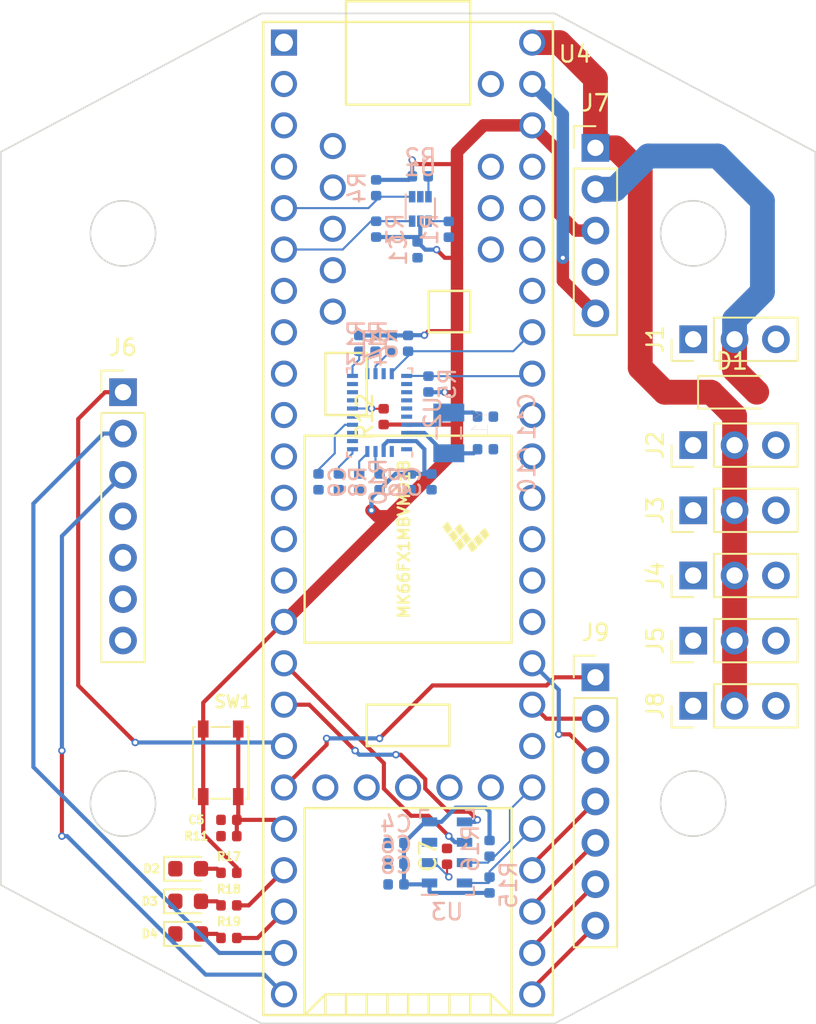
<source format=kicad_pcb>
(kicad_pcb (version 20171130) (host pcbnew "(5.1.5-0-10_14)")

  (general
    (thickness 1.6)
    (drawings 12)
    (tracks 274)
    (zones 0)
    (modules 49)
    (nets 64)
  )

  (page A4)
  (title_block
    (title "EDF VTOL Flight Computer")
    (date 2020-02-24)
    (rev A)
    (comment 4 "Author: Cameron Jones")
  )

  (layers
    (0 F.Cu signal)
    (31 B.Cu signal)
    (32 B.Adhes user)
    (33 F.Adhes user)
    (34 B.Paste user)
    (35 F.Paste user)
    (36 B.SilkS user)
    (37 F.SilkS user)
    (38 B.Mask user)
    (39 F.Mask user)
    (40 Dwgs.User user)
    (41 Cmts.User user)
    (42 Eco1.User user)
    (43 Eco2.User user)
    (44 Edge.Cuts user)
    (45 Margin user)
    (46 B.CrtYd user)
    (47 F.CrtYd user)
    (48 B.Fab user hide)
    (49 F.Fab user hide)
  )

  (setup
    (last_trace_width 0.254)
    (user_trace_width 0.254)
    (user_trace_width 0.762)
    (user_trace_width 1.524)
    (trace_clearance 0.127)
    (zone_clearance 0.508)
    (zone_45_only no)
    (trace_min 0.127)
    (via_size 0.4572)
    (via_drill 0.254)
    (via_min_size 0.4572)
    (via_min_drill 0.254)
    (uvia_size 0.254)
    (uvia_drill 0.1016)
    (uvias_allowed no)
    (uvia_min_size 0)
    (uvia_min_drill 0)
    (edge_width 0.1)
    (segment_width 0.2)
    (pcb_text_width 0.3)
    (pcb_text_size 1.5 1.5)
    (mod_edge_width 0.15)
    (mod_text_size 1 1)
    (mod_text_width 0.15)
    (pad_size 1.524 1.524)
    (pad_drill 0.762)
    (pad_to_mask_clearance 0)
    (aux_axis_origin 0 0)
    (visible_elements FFFFFF7F)
    (pcbplotparams
      (layerselection 0x010fc_ffffffff)
      (usegerberextensions false)
      (usegerberattributes false)
      (usegerberadvancedattributes false)
      (creategerberjobfile false)
      (excludeedgelayer true)
      (linewidth 0.100000)
      (plotframeref false)
      (viasonmask false)
      (mode 1)
      (useauxorigin false)
      (hpglpennumber 1)
      (hpglpenspeed 20)
      (hpglpendiameter 15.000000)
      (psnegative false)
      (psa4output false)
      (plotreference true)
      (plotvalue true)
      (plotinvisibletext false)
      (padsonsilk false)
      (subtractmaskfromsilk false)
      (outputformat 1)
      (mirror false)
      (drillshape 1)
      (scaleselection 1)
      (outputdirectory ""))
  )

  (net 0 "")
  (net 1 +3V3)
  (net 2 GND)
  (net 3 /BTN)
  (net 4 "Net-(C7-Pad1)")
  (net 5 "Net-(C9-Pad2)")
  (net 6 "Net-(C10-Pad2)")
  (net 7 "Net-(C11-Pad1)")
  (net 8 /VIN)
  (net 9 /VBEC)
  (net 10 "Net-(D3-Pad2)")
  (net 11 "Net-(D4-Pad2)")
  (net 12 /THR)
  (net 13 /SER1)
  (net 14 /SER2)
  (net 15 /SER3)
  (net 16 /SER4)
  (net 17 /D26)
  (net 18 /D31)
  (net 19 /D32)
  (net 20 /RX1)
  (net 21 /TX1)
  (net 22 /SDA2)
  (net 23 /SCL2)
  (net 24 GNDA)
  (net 25 /EXT)
  (net 26 /TX5)
  (net 27 /RX5)
  (net 28 /D35)
  (net 29 /D36)
  (net 30 /DAC1)
  (net 31 /DAC0)
  (net 32 /D27)
  (net 33 "Net-(R1-Pad1)")
  (net 34 /TMP_INT)
  (net 35 /SDA0)
  (net 36 /SCL0)
  (net 37 "Net-(R7-Pad2)")
  (net 38 "Net-(R8-Pad2)")
  (net 39 "Net-(R9-Pad2)")
  (net 40 "Net-(R10-Pad2)")
  (net 41 "Net-(R12-Pad2)")
  (net 42 "Net-(R13-Pad2)")
  (net 43 "Net-(R14-Pad1)")
  (net 44 /SCL1)
  (net 45 /SDA1)
  (net 46 /RED)
  (net 47 /BLUE)
  (net 48 /IMU_INT)
  (net 49 "Net-(U2-Pad18)")
  (net 50 /ALT_INT_1)
  (net 51 /ALT_INT_2)
  (net 52 "Net-(U4-Pad42)")
  (net 53 "Net-(U4-Pad4)")
  (net 54 "Net-(U4-Pad38)")
  (net 55 "Net-(U4-Pad37)")
  (net 56 "Net-(U4-Pad36)")
  (net 57 "Net-(U4-Pad35)")
  (net 58 "Net-(U4-Pad34)")
  (net 59 "Net-(U4-Pad31)")
  (net 60 "Net-(U4-Pad30)")
  (net 61 "Net-(U4-Pad29)")
  (net 62 "Net-(U4-Pad28)")
  (net 63 "Net-(D2-Pad2)")

  (net_class Default "This is the default net class."
    (clearance 0.127)
    (trace_width 0.127)
    (via_dia 0.4572)
    (via_drill 0.254)
    (uvia_dia 0.254)
    (uvia_drill 0.1016)
    (add_net +3V3)
    (add_net /ALT_INT_1)
    (add_net /ALT_INT_2)
    (add_net /BLUE)
    (add_net /BTN)
    (add_net /D26)
    (add_net /D27)
    (add_net /D31)
    (add_net /D32)
    (add_net /D35)
    (add_net /D36)
    (add_net /DAC0)
    (add_net /DAC1)
    (add_net /EXT)
    (add_net /IMU_INT)
    (add_net /RED)
    (add_net /RX1)
    (add_net /RX5)
    (add_net /SCL0)
    (add_net /SCL1)
    (add_net /SCL2)
    (add_net /SDA0)
    (add_net /SDA1)
    (add_net /SDA2)
    (add_net /SER1)
    (add_net /SER2)
    (add_net /SER3)
    (add_net /SER4)
    (add_net /THR)
    (add_net /TMP_INT)
    (add_net /TX1)
    (add_net /TX5)
    (add_net /VBEC)
    (add_net /VIN)
    (add_net GND)
    (add_net GNDA)
    (add_net "Net-(C10-Pad2)")
    (add_net "Net-(C11-Pad1)")
    (add_net "Net-(C7-Pad1)")
    (add_net "Net-(C9-Pad2)")
    (add_net "Net-(D2-Pad2)")
    (add_net "Net-(D3-Pad2)")
    (add_net "Net-(D4-Pad2)")
    (add_net "Net-(R1-Pad1)")
    (add_net "Net-(R10-Pad2)")
    (add_net "Net-(R12-Pad2)")
    (add_net "Net-(R13-Pad2)")
    (add_net "Net-(R14-Pad1)")
    (add_net "Net-(R7-Pad2)")
    (add_net "Net-(R8-Pad2)")
    (add_net "Net-(R9-Pad2)")
    (add_net "Net-(U2-Pad18)")
    (add_net "Net-(U4-Pad28)")
    (add_net "Net-(U4-Pad29)")
    (add_net "Net-(U4-Pad30)")
    (add_net "Net-(U4-Pad31)")
    (add_net "Net-(U4-Pad34)")
    (add_net "Net-(U4-Pad35)")
    (add_net "Net-(U4-Pad36)")
    (add_net "Net-(U4-Pad37)")
    (add_net "Net-(U4-Pad38)")
    (add_net "Net-(U4-Pad4)")
    (add_net "Net-(U4-Pad42)")
  )

  (module Connector_PinHeader_2.54mm:PinHeader_1x03_P2.54mm_Vertical (layer F.Cu) (tedit 59FED5CC) (tstamp 5E55684D)
    (at 126.5 70 90)
    (descr "Through hole straight pin header, 1x03, 2.54mm pitch, single row")
    (tags "Through hole pin header THT 1x03 2.54mm single row")
    (path /5E39C8A0)
    (fp_text reference J1 (at 0 -2.33 90) (layer F.SilkS)
      (effects (font (size 1 1) (thickness 0.15)))
    )
    (fp_text value Throttle/BEC (at 0 7.41 90) (layer F.Fab)
      (effects (font (size 1 1) (thickness 0.15)))
    )
    (fp_text user %R (at 0 2.54) (layer F.Fab)
      (effects (font (size 1 1) (thickness 0.15)))
    )
    (fp_line (start 1.8 -1.8) (end -1.8 -1.8) (layer F.CrtYd) (width 0.05))
    (fp_line (start 1.8 6.85) (end 1.8 -1.8) (layer F.CrtYd) (width 0.05))
    (fp_line (start -1.8 6.85) (end 1.8 6.85) (layer F.CrtYd) (width 0.05))
    (fp_line (start -1.8 -1.8) (end -1.8 6.85) (layer F.CrtYd) (width 0.05))
    (fp_line (start -1.33 -1.33) (end 0 -1.33) (layer F.SilkS) (width 0.12))
    (fp_line (start -1.33 0) (end -1.33 -1.33) (layer F.SilkS) (width 0.12))
    (fp_line (start -1.33 1.27) (end 1.33 1.27) (layer F.SilkS) (width 0.12))
    (fp_line (start 1.33 1.27) (end 1.33 6.41) (layer F.SilkS) (width 0.12))
    (fp_line (start -1.33 1.27) (end -1.33 6.41) (layer F.SilkS) (width 0.12))
    (fp_line (start -1.33 6.41) (end 1.33 6.41) (layer F.SilkS) (width 0.12))
    (fp_line (start -1.27 -0.635) (end -0.635 -1.27) (layer F.Fab) (width 0.1))
    (fp_line (start -1.27 6.35) (end -1.27 -0.635) (layer F.Fab) (width 0.1))
    (fp_line (start 1.27 6.35) (end -1.27 6.35) (layer F.Fab) (width 0.1))
    (fp_line (start 1.27 -1.27) (end 1.27 6.35) (layer F.Fab) (width 0.1))
    (fp_line (start -0.635 -1.27) (end 1.27 -1.27) (layer F.Fab) (width 0.1))
    (pad 3 thru_hole oval (at 0 5.08 90) (size 1.7 1.7) (drill 1) (layers *.Cu *.Mask)
      (net 2 GND))
    (pad 2 thru_hole oval (at 0 2.54 90) (size 1.7 1.7) (drill 1) (layers *.Cu *.Mask)
      (net 9 /VBEC))
    (pad 1 thru_hole rect (at 0 0 90) (size 1.7 1.7) (drill 1) (layers *.Cu *.Mask)
      (net 12 /THR))
    (model ${KISYS3DMOD}/Connector_PinHeader_2.54mm.3dshapes/PinHeader_1x03_P2.54mm_Vertical.wrl
      (at (xyz 0 0 0))
      (scale (xyz 1 1 1))
      (rotate (xyz 0 0 0))
    )
  )

  (module Connector_PinHeader_2.54mm:PinHeader_1x05_P2.54mm_Vertical (layer F.Cu) (tedit 59FED5CC) (tstamp 5E554DAC)
    (at 120.5 58.25)
    (descr "Through hole straight pin header, 1x05, 2.54mm pitch, single row")
    (tags "Through hole pin header THT 1x05 2.54mm single row")
    (path /5E76B48E)
    (fp_text reference J7 (at 0 -2.75) (layer F.SilkS)
      (effects (font (size 1 1) (thickness 0.15)))
    )
    (fp_text value Power (at 0 12.49) (layer F.Fab)
      (effects (font (size 1 1) (thickness 0.15)))
    )
    (fp_line (start -0.635 -1.27) (end 1.27 -1.27) (layer F.Fab) (width 0.1))
    (fp_line (start 1.27 -1.27) (end 1.27 11.43) (layer F.Fab) (width 0.1))
    (fp_line (start 1.27 11.43) (end -1.27 11.43) (layer F.Fab) (width 0.1))
    (fp_line (start -1.27 11.43) (end -1.27 -0.635) (layer F.Fab) (width 0.1))
    (fp_line (start -1.27 -0.635) (end -0.635 -1.27) (layer F.Fab) (width 0.1))
    (fp_line (start -1.33 11.49) (end 1.33 11.49) (layer F.SilkS) (width 0.12))
    (fp_line (start -1.33 1.27) (end -1.33 11.49) (layer F.SilkS) (width 0.12))
    (fp_line (start 1.33 1.27) (end 1.33 11.49) (layer F.SilkS) (width 0.12))
    (fp_line (start -1.33 1.27) (end 1.33 1.27) (layer F.SilkS) (width 0.12))
    (fp_line (start -1.33 0) (end -1.33 -1.33) (layer F.SilkS) (width 0.12))
    (fp_line (start -1.33 -1.33) (end 0 -1.33) (layer F.SilkS) (width 0.12))
    (fp_line (start -1.8 -1.8) (end -1.8 11.95) (layer F.CrtYd) (width 0.05))
    (fp_line (start -1.8 11.95) (end 1.8 11.95) (layer F.CrtYd) (width 0.05))
    (fp_line (start 1.8 11.95) (end 1.8 -1.8) (layer F.CrtYd) (width 0.05))
    (fp_line (start 1.8 -1.8) (end -1.8 -1.8) (layer F.CrtYd) (width 0.05))
    (fp_text user %R (at 0 5.08 90) (layer F.Fab)
      (effects (font (size 1 1) (thickness 0.15)))
    )
    (pad 1 thru_hole rect (at 0 0) (size 1.7 1.7) (drill 1) (layers *.Cu *.Mask)
      (net 8 /VIN))
    (pad 2 thru_hole oval (at 0 2.54) (size 1.7 1.7) (drill 1) (layers *.Cu *.Mask)
      (net 9 /VBEC))
    (pad 3 thru_hole oval (at 0 5.08) (size 1.7 1.7) (drill 1) (layers *.Cu *.Mask)
      (net 1 +3V3))
    (pad 4 thru_hole oval (at 0 7.62) (size 1.7 1.7) (drill 1) (layers *.Cu *.Mask)
      (net 2 GND))
    (pad 5 thru_hole oval (at 0 10.16) (size 1.7 1.7) (drill 1) (layers *.Cu *.Mask)
      (net 24 GNDA))
    (model ${KISYS3DMOD}/Connector_PinHeader_2.54mm.3dshapes/PinHeader_1x05_P2.54mm_Vertical.wrl
      (at (xyz 0 0 0))
      (scale (xyz 1 1 1))
      (rotate (xyz 0 0 0))
    )
  )

  (module Diode_SMD:D_SOD-123F (layer F.Cu) (tedit 587F7769) (tstamp 5E550CD4)
    (at 129 73.25)
    (descr D_SOD-123F)
    (tags D_SOD-123F)
    (path /5E4B50E3)
    (attr smd)
    (fp_text reference D1 (at -0.127 -1.905) (layer F.SilkS)
      (effects (font (size 1 1) (thickness 0.15)))
    )
    (fp_text value SS14FL (at 0 2.1) (layer F.Fab)
      (effects (font (size 1 1) (thickness 0.15)))
    )
    (fp_text user %R (at -0.127 -1.905) (layer F.Fab)
      (effects (font (size 1 1) (thickness 0.15)))
    )
    (fp_line (start -2.2 -1) (end -2.2 1) (layer F.SilkS) (width 0.12))
    (fp_line (start 0.25 0) (end 0.75 0) (layer F.Fab) (width 0.1))
    (fp_line (start 0.25 0.4) (end -0.35 0) (layer F.Fab) (width 0.1))
    (fp_line (start 0.25 -0.4) (end 0.25 0.4) (layer F.Fab) (width 0.1))
    (fp_line (start -0.35 0) (end 0.25 -0.4) (layer F.Fab) (width 0.1))
    (fp_line (start -0.35 0) (end -0.35 0.55) (layer F.Fab) (width 0.1))
    (fp_line (start -0.35 0) (end -0.35 -0.55) (layer F.Fab) (width 0.1))
    (fp_line (start -0.75 0) (end -0.35 0) (layer F.Fab) (width 0.1))
    (fp_line (start -1.4 0.9) (end -1.4 -0.9) (layer F.Fab) (width 0.1))
    (fp_line (start 1.4 0.9) (end -1.4 0.9) (layer F.Fab) (width 0.1))
    (fp_line (start 1.4 -0.9) (end 1.4 0.9) (layer F.Fab) (width 0.1))
    (fp_line (start -1.4 -0.9) (end 1.4 -0.9) (layer F.Fab) (width 0.1))
    (fp_line (start -2.2 -1.15) (end 2.2 -1.15) (layer F.CrtYd) (width 0.05))
    (fp_line (start 2.2 -1.15) (end 2.2 1.15) (layer F.CrtYd) (width 0.05))
    (fp_line (start 2.2 1.15) (end -2.2 1.15) (layer F.CrtYd) (width 0.05))
    (fp_line (start -2.2 -1.15) (end -2.2 1.15) (layer F.CrtYd) (width 0.05))
    (fp_line (start -2.2 1) (end 1.65 1) (layer F.SilkS) (width 0.12))
    (fp_line (start -2.2 -1) (end 1.65 -1) (layer F.SilkS) (width 0.12))
    (pad 1 smd rect (at -1.4 0) (size 1.1 1.1) (layers F.Cu F.Paste F.Mask)
      (net 8 /VIN))
    (pad 2 smd rect (at 1.4 0) (size 1.1 1.1) (layers F.Cu F.Paste F.Mask)
      (net 9 /VBEC))
    (model ${KISYS3DMOD}/Diode_SMD.3dshapes/D_SOD-123F.wrl
      (at (xyz 0 0 0))
      (scale (xyz 1 1 1))
      (rotate (xyz 0 0 0))
    )
  )

  (module flight-computer:TEENSY36 (layer F.Cu) (tedit 5E544572) (tstamp 5E558168)
    (at 109 81 270)
    (path /5E53E605)
    (fp_text reference U4 (at -28.5 -10.25 180) (layer F.SilkS)
      (effects (font (size 1 1) (thickness 0.15)))
    )
    (fp_text value TEENSY36 (at -29.25 0 180) (layer F.Fab)
      (effects (font (size 1 1) (thickness 0.15)))
    )
    (fp_line (start -13.97 -3.81) (end -13.97 -1.27) (layer F.SilkS) (width 0.15))
    (fp_line (start -13.97 -1.27) (end -11.43 -1.27) (layer F.SilkS) (width 0.15))
    (fp_line (start -11.43 -1.27) (end -11.43 -3.81) (layer F.SilkS) (width 0.15))
    (fp_line (start -11.43 -3.81) (end -13.97 -3.81) (layer F.SilkS) (width 0.15))
    (fp_line (start -6.35 5.08) (end -10.16 5.08) (layer F.SilkS) (width 0.15))
    (fp_line (start -10.16 5.08) (end -10.16 2.54) (layer F.SilkS) (width 0.15))
    (fp_line (start -10.16 2.54) (end -6.35 2.54) (layer F.SilkS) (width 0.15))
    (fp_line (start -6.35 2.54) (end -6.35 5.08) (layer F.SilkS) (width 0.15))
    (fp_line (start 7.62 6.35) (end 7.62 -6.35) (layer F.SilkS) (width 0.15))
    (fp_line (start -5.08 -6.35) (end -5.08 6.35) (layer F.SilkS) (width 0.15))
    (fp_line (start -5.08 6.35) (end 7.62 6.35) (layer F.SilkS) (width 0.15))
    (fp_line (start -5.08 -6.35) (end 7.62 -6.35) (layer F.SilkS) (width 0.15))
    (fp_line (start 29.21 5.08) (end 30.48 5.08) (layer F.SilkS) (width 0.15))
    (fp_line (start 29.21 3.81) (end 30.48 3.81) (layer F.SilkS) (width 0.15))
    (fp_line (start 29.21 2.54) (end 30.48 2.54) (layer F.SilkS) (width 0.15))
    (fp_line (start 29.21 1.27) (end 30.48 1.27) (layer F.SilkS) (width 0.15))
    (fp_line (start 29.21 0) (end 30.48 0) (layer F.SilkS) (width 0.15))
    (fp_line (start 29.21 -1.27) (end 30.48 -1.27) (layer F.SilkS) (width 0.15))
    (fp_line (start 29.21 -2.54) (end 30.48 -2.54) (layer F.SilkS) (width 0.15))
    (fp_line (start 29.21 -3.81) (end 30.48 -3.81) (layer F.SilkS) (width 0.15))
    (fp_line (start 29.21 -5.08) (end 30.48 -5.08) (layer F.SilkS) (width 0.15))
    (fp_line (start 30.48 6.35) (end 29.21 5.08) (layer F.SilkS) (width 0.15))
    (fp_line (start 29.21 5.08) (end 29.21 -5.08) (layer F.SilkS) (width 0.15))
    (fp_line (start 29.21 -5.08) (end 30.48 -6.35) (layer F.SilkS) (width 0.15))
    (fp_line (start 30.48 -6.35) (end 17.78 -6.35) (layer F.SilkS) (width 0.15))
    (fp_line (start 17.78 -6.35) (end 17.78 6.35) (layer F.SilkS) (width 0.15))
    (fp_line (start 17.78 6.35) (end 30.48 6.35) (layer F.SilkS) (width 0.15))
    (fp_line (start 30.48 -8.89) (end -30.48 -8.89) (layer F.SilkS) (width 0.15))
    (fp_line (start -30.48 8.89) (end 30.48 8.89) (layer F.SilkS) (width 0.15))
    (fp_line (start -30.48 3.81) (end -31.75 3.81) (layer F.SilkS) (width 0.15))
    (fp_line (start -31.75 3.81) (end -31.75 -3.81) (layer F.SilkS) (width 0.15))
    (fp_line (start -31.75 -3.81) (end -30.48 -3.81) (layer F.SilkS) (width 0.15))
    (fp_line (start -25.4 3.81) (end -25.4 -3.81) (layer F.SilkS) (width 0.15))
    (fp_line (start -25.4 -3.81) (end -30.48 -3.81) (layer F.SilkS) (width 0.15))
    (fp_line (start -25.4 3.81) (end -30.48 3.81) (layer F.SilkS) (width 0.15))
    (fp_line (start 13.97 -2.54) (end 13.97 2.54) (layer F.SilkS) (width 0.15))
    (fp_line (start 13.97 2.54) (end 11.43 2.54) (layer F.SilkS) (width 0.15))
    (fp_line (start 11.43 2.54) (end 11.43 -2.54) (layer F.SilkS) (width 0.15))
    (fp_line (start 11.43 -2.54) (end 13.97 -2.54) (layer F.SilkS) (width 0.15))
    (fp_line (start 30.48 -8.89) (end 30.48 8.89) (layer F.SilkS) (width 0.15))
    (fp_line (start -30.48 8.89) (end -30.48 -8.89) (layer F.SilkS) (width 0.15))
    (fp_poly (pts (xy 1.016 -4.953) (xy 1.27 -4.699) (xy 0.889 -4.445) (xy 0.635 -4.699)) (layer F.SilkS) (width 0.1))
    (fp_poly (pts (xy 0.762 -3.429) (xy 1.016 -3.175) (xy 0.635 -2.921) (xy 0.381 -3.175)) (layer F.SilkS) (width 0.1))
    (fp_poly (pts (xy 0.635 -2.667) (xy 0.889 -2.413) (xy 0.508 -2.159) (xy 0.254 -2.413)) (layer F.SilkS) (width 0.1))
    (fp_poly (pts (xy 1.778 -4.191) (xy 2.032 -3.937) (xy 1.651 -3.683) (xy 1.397 -3.937)) (layer F.SilkS) (width 0.1))
    (fp_poly (pts (xy 1.143 -3.048) (xy 1.397 -2.794) (xy 1.016 -2.54) (xy 0.762 -2.794)) (layer F.SilkS) (width 0.1))
    (fp_poly (pts (xy 1.651 -3.429) (xy 1.905 -3.175) (xy 1.524 -2.921) (xy 1.27 -3.175)) (layer F.SilkS) (width 0.1))
    (fp_poly (pts (xy 1.397 -4.572) (xy 1.651 -4.318) (xy 1.27 -4.064) (xy 1.016 -4.318)) (layer F.SilkS) (width 0.1))
    (fp_poly (pts (xy 1.27 -3.81) (xy 1.524 -3.556) (xy 1.143 -3.302) (xy 0.889 -3.556)) (layer F.SilkS) (width 0.1))
    (fp_text user MK66FX1MBVMD18 (at 1.27 0.254 90) (layer F.SilkS)
      (effects (font (size 0.7 0.7) (thickness 0.15)))
    )
    (pad 17 thru_hole circle (at 11.43 7.62 270) (size 1.6 1.6) (drill 1.1) (layers *.Cu *.Mask)
      (net 51 /ALT_INT_2))
    (pad 18 thru_hole circle (at 13.97 7.62 270) (size 1.6 1.6) (drill 1.1) (layers *.Cu *.Mask)
      (net 17 /D26))
    (pad 19 thru_hole circle (at 16.51 7.62 270) (size 1.6 1.6) (drill 1.1) (layers *.Cu *.Mask)
      (net 32 /D27))
    (pad 20 thru_hole circle (at 19.05 7.62 270) (size 1.6 1.6) (drill 1.1) (layers *.Cu *.Mask)
      (net 3 /BTN))
    (pad 16 thru_hole circle (at 8.89 7.62 270) (size 1.6 1.6) (drill 1.1) (layers *.Cu *.Mask)
      (net 50 /ALT_INT_1))
    (pad 15 thru_hole circle (at 6.35 7.62 270) (size 1.6 1.6) (drill 1.1) (layers *.Cu *.Mask)
      (net 1 +3V3))
    (pad 14 thru_hole circle (at 3.81 7.62 270) (size 1.6 1.6) (drill 1.1) (layers *.Cu *.Mask)
      (net 34 /TMP_INT))
    (pad 21 thru_hole circle (at 21.59 7.62 270) (size 1.6 1.6) (drill 1.1) (layers *.Cu *.Mask)
      (net 46 /RED))
    (pad 22 thru_hole circle (at 24.13 7.62 270) (size 1.6 1.6) (drill 1.1) (layers *.Cu *.Mask)
      (net 47 /BLUE))
    (pad 23 thru_hole circle (at 26.67 7.62 270) (size 1.6 1.6) (drill 1.1) (layers *.Cu *.Mask)
      (net 18 /D31))
    (pad 24 thru_hole circle (at 29.21 7.62 270) (size 1.6 1.6) (drill 1.1) (layers *.Cu *.Mask)
      (net 19 /D32))
    (pad 58 thru_hole circle (at 16.51 5.08 270) (size 1.6 1.6) (drill 1.1) (layers *.Cu *.Mask))
    (pad 59 thru_hole circle (at 16.51 2.54 270) (size 1.6 1.6) (drill 1.1) (layers *.Cu *.Mask))
    (pad 60 thru_hole circle (at 16.51 0 270) (size 1.6 1.6) (drill 1.1) (layers *.Cu *.Mask))
    (pad 61 thru_hole circle (at 16.51 -2.54 270) (size 1.6 1.6) (drill 1.1) (layers *.Cu *.Mask))
    (pad 62 thru_hole circle (at 16.51 -5.08 270) (size 1.6 1.6) (drill 1.1) (layers *.Cu *.Mask))
    (pad 48 thru_hole circle (at 29.21 -7.62 270) (size 1.6 1.6) (drill 1.1) (layers *.Cu *.Mask)
      (net 26 /TX5))
    (pad 47 thru_hole circle (at 26.67 -7.62 270) (size 1.6 1.6) (drill 1.1) (layers *.Cu *.Mask)
      (net 27 /RX5))
    (pad 46 thru_hole circle (at 24.13 -7.62 270) (size 1.6 1.6) (drill 1.1) (layers *.Cu *.Mask)
      (net 28 /D35))
    (pad 45 thru_hole circle (at 21.59 -7.62 270) (size 1.6 1.6) (drill 1.1) (layers *.Cu *.Mask)
      (net 29 /D36))
    (pad 44 thru_hole circle (at 19.05 -7.62 270) (size 1.6 1.6) (drill 1.1) (layers *.Cu *.Mask)
      (net 44 /SCL1))
    (pad 43 thru_hole circle (at 16.51 -7.62 270) (size 1.6 1.6) (drill 1.1) (layers *.Cu *.Mask)
      (net 45 /SDA1))
    (pad 42 thru_hole circle (at 13.97 -7.62 270) (size 1.6 1.6) (drill 1.1) (layers *.Cu *.Mask)
      (net 52 "Net-(U4-Pad42)"))
    (pad 41 thru_hole circle (at 11.43 -7.62 270) (size 1.6 1.6) (drill 1.1) (layers *.Cu *.Mask)
      (net 31 /DAC0))
    (pad 13 thru_hole circle (at 1.27 7.62 270) (size 1.6 1.6) (drill 1.1) (layers *.Cu *.Mask)
      (net 48 /IMU_INT))
    (pad 12 thru_hole circle (at -1.27 7.62 270) (size 1.6 1.6) (drill 1.1) (layers *.Cu *.Mask)
      (net 25 /EXT))
    (pad 11 thru_hole circle (at -3.81 7.62 270) (size 1.6 1.6) (drill 1.1) (layers *.Cu *.Mask)
      (net 16 /SER4))
    (pad 10 thru_hole circle (at -6.35 7.62 270) (size 1.6 1.6) (drill 1.1) (layers *.Cu *.Mask)
      (net 15 /SER3))
    (pad 9 thru_hole circle (at -8.89 7.62 270) (size 1.6 1.6) (drill 1.1) (layers *.Cu *.Mask)
      (net 14 /SER2))
    (pad 8 thru_hole circle (at -11.43 7.62 270) (size 1.6 1.6) (drill 1.1) (layers *.Cu *.Mask)
      (net 13 /SER1))
    (pad 7 thru_hole circle (at -13.97 7.62 270) (size 1.6 1.6) (drill 1.1) (layers *.Cu *.Mask)
      (net 12 /THR))
    (pad 6 thru_hole circle (at -16.51 7.62 270) (size 1.6 1.6) (drill 1.1) (layers *.Cu *.Mask)
      (net 22 /SDA2))
    (pad 5 thru_hole circle (at -19.05 7.62 270) (size 1.6 1.6) (drill 1.1) (layers *.Cu *.Mask)
      (net 23 /SCL2))
    (pad 4 thru_hole circle (at -21.59 7.62 270) (size 1.6 1.6) (drill 1.1) (layers *.Cu *.Mask)
      (net 53 "Net-(U4-Pad4)"))
    (pad 3 thru_hole circle (at -24.13 7.62 270) (size 1.6 1.6) (drill 1.1) (layers *.Cu *.Mask)
      (net 21 /TX1))
    (pad 2 thru_hole circle (at -26.67 7.62 270) (size 1.6 1.6) (drill 1.1) (layers *.Cu *.Mask)
      (net 20 /RX1))
    (pad 1 thru_hole rect (at -29.21 7.62 270) (size 1.6 1.6) (drill 1.1) (layers *.Cu *.Mask)
      (net 2 GND))
    (pad 40 thru_hole circle (at 8.89 -7.62 270) (size 1.6 1.6) (drill 1.1) (layers *.Cu *.Mask)
      (net 30 /DAC1))
    (pad 39 thru_hole circle (at 6.35 -7.62 270) (size 1.6 1.6) (drill 1.1) (layers *.Cu *.Mask)
      (net 2 GND))
    (pad 38 thru_hole circle (at 3.81 -7.62 270) (size 1.6 1.6) (drill 1.1) (layers *.Cu *.Mask)
      (net 54 "Net-(U4-Pad38)"))
    (pad 37 thru_hole circle (at 1.27 -7.62 270) (size 1.6 1.6) (drill 1.1) (layers *.Cu *.Mask)
      (net 55 "Net-(U4-Pad37)"))
    (pad 36 thru_hole circle (at -1.27 -7.62 270) (size 1.6 1.6) (drill 1.1) (layers *.Cu *.Mask)
      (net 56 "Net-(U4-Pad36)"))
    (pad 35 thru_hole circle (at -3.81 -7.62 270) (size 1.6 1.6) (drill 1.1) (layers *.Cu *.Mask)
      (net 57 "Net-(U4-Pad35)"))
    (pad 34 thru_hole circle (at -6.35 -7.62 270) (size 1.6 1.6) (drill 1.1) (layers *.Cu *.Mask)
      (net 58 "Net-(U4-Pad34)"))
    (pad 33 thru_hole circle (at -8.89 -7.62 270) (size 1.6 1.6) (drill 1.1) (layers *.Cu *.Mask)
      (net 35 /SDA0))
    (pad 32 thru_hole circle (at -11.43 -7.62 270) (size 1.6 1.6) (drill 1.1) (layers *.Cu *.Mask)
      (net 36 /SCL0))
    (pad 31 thru_hole circle (at -13.97 -7.62 270) (size 1.6 1.6) (drill 1.1) (layers *.Cu *.Mask)
      (net 59 "Net-(U4-Pad31)"))
    (pad 30 thru_hole circle (at -16.51 -7.62 270) (size 1.6 1.6) (drill 1.1) (layers *.Cu *.Mask)
      (net 60 "Net-(U4-Pad30)"))
    (pad 29 thru_hole circle (at -19.05 -7.62 270) (size 1.6 1.6) (drill 1.1) (layers *.Cu *.Mask)
      (net 61 "Net-(U4-Pad29)"))
    (pad 28 thru_hole circle (at -21.59 -7.62 270) (size 1.6 1.6) (drill 1.1) (layers *.Cu *.Mask)
      (net 62 "Net-(U4-Pad28)"))
    (pad 27 thru_hole circle (at -24.13 -7.62 270) (size 1.6 1.6) (drill 1.1) (layers *.Cu *.Mask)
      (net 1 +3V3))
    (pad 26 thru_hole circle (at -26.67 -7.62 270) (size 1.6 1.6) (drill 1.1) (layers *.Cu *.Mask)
      (net 24 GNDA))
    (pad 25 thru_hole circle (at -29.21 -7.62 270) (size 1.6 1.6) (drill 1.1) (layers *.Cu *.Mask)
      (net 8 /VIN))
    (pad 54 thru_hole circle (at -26.67 -5.08 270) (size 1.6 1.6) (drill 1.1) (layers *.Cu *.Mask))
    (pad 55 thru_hole circle (at -21.59 -5.08 270) (size 1.6 1.6) (drill 1.1) (layers *.Cu *.Mask))
    (pad 56 thru_hole circle (at -19.05 -5.08 270) (size 1.6 1.6) (drill 1.1) (layers *.Cu *.Mask))
    (pad 57 thru_hole circle (at -16.51 -5.08 270) (size 1.6 1.6) (drill 1.1) (layers *.Cu *.Mask))
    (pad 49 thru_hole circle (at -22.86 4.62 270) (size 1.6 1.6) (drill 1.1) (layers *.Cu *.Mask))
    (pad 50 thru_hole circle (at -20.32 4.62 270) (size 1.6 1.6) (drill 1.1) (layers *.Cu *.Mask))
    (pad 51 thru_hole circle (at -17.78 4.62 270) (size 1.6 1.6) (drill 1.1) (layers *.Cu *.Mask))
    (pad 52 thru_hole circle (at -15.24 4.62 270) (size 1.6 1.6) (drill 1.1) (layers *.Cu *.Mask))
    (pad 53 thru_hole circle (at -12.7 4.62 270) (size 1.6 1.6) (drill 1.1) (layers *.Cu *.Mask))
  )

  (module Capacitor_SMD:C_0402_1005Metric (layer B.Cu) (tedit 5B301BBE) (tstamp 5E54F9B7)
    (at 109.58 64.51 270)
    (descr "Capacitor SMD 0402 (1005 Metric), square (rectangular) end terminal, IPC_7351 nominal, (Body size source: http://www.tortai-tech.com/upload/download/2011102023233369053.pdf), generated with kicad-footprint-generator")
    (tags capacitor)
    (path /5E6A5C49)
    (attr smd)
    (fp_text reference C1 (at 0 1.17 90) (layer B.SilkS)
      (effects (font (size 1 1) (thickness 0.15)) (justify mirror))
    )
    (fp_text value 0.1uF (at 0 -1.17 90) (layer B.Fab)
      (effects (font (size 1 1) (thickness 0.15)) (justify mirror))
    )
    (fp_line (start -0.5 -0.25) (end -0.5 0.25) (layer B.Fab) (width 0.1))
    (fp_line (start -0.5 0.25) (end 0.5 0.25) (layer B.Fab) (width 0.1))
    (fp_line (start 0.5 0.25) (end 0.5 -0.25) (layer B.Fab) (width 0.1))
    (fp_line (start 0.5 -0.25) (end -0.5 -0.25) (layer B.Fab) (width 0.1))
    (fp_line (start -0.93 -0.47) (end -0.93 0.47) (layer B.CrtYd) (width 0.05))
    (fp_line (start -0.93 0.47) (end 0.93 0.47) (layer B.CrtYd) (width 0.05))
    (fp_line (start 0.93 0.47) (end 0.93 -0.47) (layer B.CrtYd) (width 0.05))
    (fp_line (start 0.93 -0.47) (end -0.93 -0.47) (layer B.CrtYd) (width 0.05))
    (fp_text user %R (at 0 0 90) (layer B.Fab)
      (effects (font (size 0.25 0.25) (thickness 0.04)) (justify mirror))
    )
    (pad 1 smd roundrect (at -0.485 0 270) (size 0.59 0.64) (layers B.Cu B.Paste B.Mask) (roundrect_rratio 0.25)
      (net 1 +3V3))
    (pad 2 smd roundrect (at 0.485 0 270) (size 0.59 0.64) (layers B.Cu B.Paste B.Mask) (roundrect_rratio 0.25)
      (net 2 GND))
    (model ${KISYS3DMOD}/Capacitor_SMD.3dshapes/C_0402_1005Metric.wrl
      (at (xyz 0 0 0))
      (scale (xyz 1 1 1))
      (rotate (xyz 0 0 0))
    )
  )

  (module Capacitor_SMD:C_0402_1005Metric (layer B.Cu) (tedit 5B301BBE) (tstamp 5E551DD8)
    (at 109.17 78.75 270)
    (descr "Capacitor SMD 0402 (1005 Metric), square (rectangular) end terminal, IPC_7351 nominal, (Body size source: http://www.tortai-tech.com/upload/download/2011102023233369053.pdf), generated with kicad-footprint-generator")
    (tags capacitor)
    (path /5E719458)
    (attr smd)
    (fp_text reference C2 (at 0 1.17 270) (layer B.SilkS)
      (effects (font (size 1 1) (thickness 0.15)) (justify mirror))
    )
    (fp_text value 0.1uF (at 0 -1.17 270) (layer B.Fab)
      (effects (font (size 1 1) (thickness 0.15)) (justify mirror))
    )
    (fp_text user %R (at 0 0 270) (layer B.Fab)
      (effects (font (size 0.25 0.25) (thickness 0.04)) (justify mirror))
    )
    (fp_line (start 0.93 -0.47) (end -0.93 -0.47) (layer B.CrtYd) (width 0.05))
    (fp_line (start 0.93 0.47) (end 0.93 -0.47) (layer B.CrtYd) (width 0.05))
    (fp_line (start -0.93 0.47) (end 0.93 0.47) (layer B.CrtYd) (width 0.05))
    (fp_line (start -0.93 -0.47) (end -0.93 0.47) (layer B.CrtYd) (width 0.05))
    (fp_line (start 0.5 -0.25) (end -0.5 -0.25) (layer B.Fab) (width 0.1))
    (fp_line (start 0.5 0.25) (end 0.5 -0.25) (layer B.Fab) (width 0.1))
    (fp_line (start -0.5 0.25) (end 0.5 0.25) (layer B.Fab) (width 0.1))
    (fp_line (start -0.5 -0.25) (end -0.5 0.25) (layer B.Fab) (width 0.1))
    (pad 2 smd roundrect (at 0.485 0 270) (size 0.59 0.64) (layers B.Cu B.Paste B.Mask) (roundrect_rratio 0.25)
      (net 2 GND))
    (pad 1 smd roundrect (at -0.485 0 270) (size 0.59 0.64) (layers B.Cu B.Paste B.Mask) (roundrect_rratio 0.25)
      (net 1 +3V3))
    (model ${KISYS3DMOD}/Capacitor_SMD.3dshapes/C_0402_1005Metric.wrl
      (at (xyz 0 0 0))
      (scale (xyz 1 1 1))
      (rotate (xyz 0 0 0))
    )
  )

  (module Capacitor_SMD:C_0402_1005Metric (layer B.Cu) (tedit 5B301BBE) (tstamp 5E551DAE)
    (at 110.44 78.75 270)
    (descr "Capacitor SMD 0402 (1005 Metric), square (rectangular) end terminal, IPC_7351 nominal, (Body size source: http://www.tortai-tech.com/upload/download/2011102023233369053.pdf), generated with kicad-footprint-generator")
    (tags capacitor)
    (path /5E71AAA1)
    (attr smd)
    (fp_text reference C3 (at 0 1.17 270) (layer B.SilkS)
      (effects (font (size 1 1) (thickness 0.15)) (justify mirror))
    )
    (fp_text value 0.1uF (at 0 -1.17 270) (layer B.Fab)
      (effects (font (size 1 1) (thickness 0.15)) (justify mirror))
    )
    (fp_line (start -0.5 -0.25) (end -0.5 0.25) (layer B.Fab) (width 0.1))
    (fp_line (start -0.5 0.25) (end 0.5 0.25) (layer B.Fab) (width 0.1))
    (fp_line (start 0.5 0.25) (end 0.5 -0.25) (layer B.Fab) (width 0.1))
    (fp_line (start 0.5 -0.25) (end -0.5 -0.25) (layer B.Fab) (width 0.1))
    (fp_line (start -0.93 -0.47) (end -0.93 0.47) (layer B.CrtYd) (width 0.05))
    (fp_line (start -0.93 0.47) (end 0.93 0.47) (layer B.CrtYd) (width 0.05))
    (fp_line (start 0.93 0.47) (end 0.93 -0.47) (layer B.CrtYd) (width 0.05))
    (fp_line (start 0.93 -0.47) (end -0.93 -0.47) (layer B.CrtYd) (width 0.05))
    (fp_text user %R (at 0 0 270) (layer B.Fab)
      (effects (font (size 0.25 0.25) (thickness 0.04)) (justify mirror))
    )
    (pad 1 smd roundrect (at -0.485 0 270) (size 0.59 0.64) (layers B.Cu B.Paste B.Mask) (roundrect_rratio 0.25)
      (net 1 +3V3))
    (pad 2 smd roundrect (at 0.485 0 270) (size 0.59 0.64) (layers B.Cu B.Paste B.Mask) (roundrect_rratio 0.25)
      (net 2 GND))
    (model ${KISYS3DMOD}/Capacitor_SMD.3dshapes/C_0402_1005Metric.wrl
      (at (xyz 0 0 0))
      (scale (xyz 1 1 1))
      (rotate (xyz 0 0 0))
    )
  )

  (module Capacitor_SMD:C_0402_1005Metric (layer B.Cu) (tedit 5B301BBE) (tstamp 5E55218A)
    (at 108.26 100.92 180)
    (descr "Capacitor SMD 0402 (1005 Metric), square (rectangular) end terminal, IPC_7351 nominal, (Body size source: http://www.tortai-tech.com/upload/download/2011102023233369053.pdf), generated with kicad-footprint-generator")
    (tags capacitor)
    (path /5E6B8EA7)
    (attr smd)
    (fp_text reference C4 (at 0 1.17) (layer B.SilkS)
      (effects (font (size 1 1) (thickness 0.15)) (justify mirror))
    )
    (fp_text value 10uF (at 0 -1.17) (layer B.Fab)
      (effects (font (size 1 1) (thickness 0.15)) (justify mirror))
    )
    (fp_text user %R (at 0 0) (layer B.Fab)
      (effects (font (size 0.25 0.25) (thickness 0.04)) (justify mirror))
    )
    (fp_line (start 0.93 -0.47) (end -0.93 -0.47) (layer B.CrtYd) (width 0.05))
    (fp_line (start 0.93 0.47) (end 0.93 -0.47) (layer B.CrtYd) (width 0.05))
    (fp_line (start -0.93 0.47) (end 0.93 0.47) (layer B.CrtYd) (width 0.05))
    (fp_line (start -0.93 -0.47) (end -0.93 0.47) (layer B.CrtYd) (width 0.05))
    (fp_line (start 0.5 -0.25) (end -0.5 -0.25) (layer B.Fab) (width 0.1))
    (fp_line (start 0.5 0.25) (end 0.5 -0.25) (layer B.Fab) (width 0.1))
    (fp_line (start -0.5 0.25) (end 0.5 0.25) (layer B.Fab) (width 0.1))
    (fp_line (start -0.5 -0.25) (end -0.5 0.25) (layer B.Fab) (width 0.1))
    (pad 2 smd roundrect (at 0.485 0 180) (size 0.59 0.64) (layers B.Cu B.Paste B.Mask) (roundrect_rratio 0.25)
      (net 2 GND))
    (pad 1 smd roundrect (at -0.485 0 180) (size 0.59 0.64) (layers B.Cu B.Paste B.Mask) (roundrect_rratio 0.25)
      (net 1 +3V3))
    (model ${KISYS3DMOD}/Capacitor_SMD.3dshapes/C_0402_1005Metric.wrl
      (at (xyz 0 0 0))
      (scale (xyz 1 1 1))
      (rotate (xyz 0 0 0))
    )
  )

  (module Capacitor_SMD:C_0402_1005Metric (layer F.Cu) (tedit 5B301BBE) (tstamp 5E54FA0B)
    (at 98 99.5 180)
    (descr "Capacitor SMD 0402 (1005 Metric), square (rectangular) end terminal, IPC_7351 nominal, (Body size source: http://www.tortai-tech.com/upload/download/2011102023233369053.pdf), generated with kicad-footprint-generator")
    (tags capacitor)
    (path /5E381187)
    (attr smd)
    (fp_text reference C5 (at 2 0) (layer F.SilkS)
      (effects (font (size 0.5 0.5) (thickness 0.125)))
    )
    (fp_text value 100nF (at 4 0) (layer F.Fab)
      (effects (font (size 0.5 0.5) (thickness 0.125)))
    )
    (fp_line (start -0.5 0.25) (end -0.5 -0.25) (layer F.Fab) (width 0.1))
    (fp_line (start -0.5 -0.25) (end 0.5 -0.25) (layer F.Fab) (width 0.1))
    (fp_line (start 0.5 -0.25) (end 0.5 0.25) (layer F.Fab) (width 0.1))
    (fp_line (start 0.5 0.25) (end -0.5 0.25) (layer F.Fab) (width 0.1))
    (fp_line (start -0.93 0.47) (end -0.93 -0.47) (layer F.CrtYd) (width 0.05))
    (fp_line (start -0.93 -0.47) (end 0.93 -0.47) (layer F.CrtYd) (width 0.05))
    (fp_line (start 0.93 -0.47) (end 0.93 0.47) (layer F.CrtYd) (width 0.05))
    (fp_line (start 0.93 0.47) (end -0.93 0.47) (layer F.CrtYd) (width 0.05))
    (fp_text user %R (at 0 0) (layer F.Fab)
      (effects (font (size 0.25 0.25) (thickness 0.04)))
    )
    (pad 1 smd roundrect (at -0.485 0 180) (size 0.59 0.64) (layers F.Cu F.Paste F.Mask) (roundrect_rratio 0.25)
      (net 3 /BTN))
    (pad 2 smd roundrect (at 0.485 0 180) (size 0.59 0.64) (layers F.Cu F.Paste F.Mask) (roundrect_rratio 0.25)
      (net 2 GND))
    (model ${KISYS3DMOD}/Capacitor_SMD.3dshapes/C_0402_1005Metric.wrl
      (at (xyz 0 0 0))
      (scale (xyz 1 1 1))
      (rotate (xyz 0 0 0))
    )
  )

  (module Capacitor_SMD:C_0402_1005Metric (layer B.Cu) (tedit 5B301BBE) (tstamp 5E552160)
    (at 108.26 102.19 180)
    (descr "Capacitor SMD 0402 (1005 Metric), square (rectangular) end terminal, IPC_7351 nominal, (Body size source: http://www.tortai-tech.com/upload/download/2011102023233369053.pdf), generated with kicad-footprint-generator")
    (tags capacitor)
    (path /5E6B8A23)
    (attr smd)
    (fp_text reference C6 (at 0 1.17) (layer B.SilkS)
      (effects (font (size 1 1) (thickness 0.15)) (justify mirror))
    )
    (fp_text value 0.1uF (at 0 -1.17) (layer B.Fab)
      (effects (font (size 1 1) (thickness 0.15)) (justify mirror))
    )
    (fp_line (start -0.5 -0.25) (end -0.5 0.25) (layer B.Fab) (width 0.1))
    (fp_line (start -0.5 0.25) (end 0.5 0.25) (layer B.Fab) (width 0.1))
    (fp_line (start 0.5 0.25) (end 0.5 -0.25) (layer B.Fab) (width 0.1))
    (fp_line (start 0.5 -0.25) (end -0.5 -0.25) (layer B.Fab) (width 0.1))
    (fp_line (start -0.93 -0.47) (end -0.93 0.47) (layer B.CrtYd) (width 0.05))
    (fp_line (start -0.93 0.47) (end 0.93 0.47) (layer B.CrtYd) (width 0.05))
    (fp_line (start 0.93 0.47) (end 0.93 -0.47) (layer B.CrtYd) (width 0.05))
    (fp_line (start 0.93 -0.47) (end -0.93 -0.47) (layer B.CrtYd) (width 0.05))
    (fp_text user %R (at 0 0) (layer B.Fab)
      (effects (font (size 0.25 0.25) (thickness 0.04)) (justify mirror))
    )
    (pad 1 smd roundrect (at -0.485 0 180) (size 0.59 0.64) (layers B.Cu B.Paste B.Mask) (roundrect_rratio 0.25)
      (net 1 +3V3))
    (pad 2 smd roundrect (at 0.485 0 180) (size 0.59 0.64) (layers B.Cu B.Paste B.Mask) (roundrect_rratio 0.25)
      (net 2 GND))
    (model ${KISYS3DMOD}/Capacitor_SMD.3dshapes/C_0402_1005Metric.wrl
      (at (xyz 0 0 0))
      (scale (xyz 1 1 1))
      (rotate (xyz 0 0 0))
    )
  )

  (module Capacitor_SMD:C_0402_1005Metric (layer F.Cu) (tedit 5B301BBE) (tstamp 5E54F963)
    (at 111.39 101.74 90)
    (descr "Capacitor SMD 0402 (1005 Metric), square (rectangular) end terminal, IPC_7351 nominal, (Body size source: http://www.tortai-tech.com/upload/download/2011102023233369053.pdf), generated with kicad-footprint-generator")
    (tags capacitor)
    (path /5E741005)
    (attr smd)
    (fp_text reference C7 (at 0 -1.17 90) (layer F.SilkS)
      (effects (font (size 1 1) (thickness 0.15)))
    )
    (fp_text value 0.1uF (at 0 1.17 90) (layer F.Fab)
      (effects (font (size 1 1) (thickness 0.15)))
    )
    (fp_text user %R (at 0 0 90) (layer F.Fab)
      (effects (font (size 0.25 0.25) (thickness 0.04)))
    )
    (fp_line (start 0.93 0.47) (end -0.93 0.47) (layer F.CrtYd) (width 0.05))
    (fp_line (start 0.93 -0.47) (end 0.93 0.47) (layer F.CrtYd) (width 0.05))
    (fp_line (start -0.93 -0.47) (end 0.93 -0.47) (layer F.CrtYd) (width 0.05))
    (fp_line (start -0.93 0.47) (end -0.93 -0.47) (layer F.CrtYd) (width 0.05))
    (fp_line (start 0.5 0.25) (end -0.5 0.25) (layer F.Fab) (width 0.1))
    (fp_line (start 0.5 -0.25) (end 0.5 0.25) (layer F.Fab) (width 0.1))
    (fp_line (start -0.5 -0.25) (end 0.5 -0.25) (layer F.Fab) (width 0.1))
    (fp_line (start -0.5 0.25) (end -0.5 -0.25) (layer F.Fab) (width 0.1))
    (pad 2 smd roundrect (at 0.485 0 90) (size 0.59 0.64) (layers F.Cu F.Paste F.Mask) (roundrect_rratio 0.25)
      (net 2 GND))
    (pad 1 smd roundrect (at -0.485 0 90) (size 0.59 0.64) (layers F.Cu F.Paste F.Mask) (roundrect_rratio 0.25)
      (net 4 "Net-(C7-Pad1)"))
    (model ${KISYS3DMOD}/Capacitor_SMD.3dshapes/C_0402_1005Metric.wrl
      (at (xyz 0 0 0))
      (scale (xyz 1 1 1))
      (rotate (xyz 0 0 0))
    )
  )

  (module Capacitor_SMD:C_0402_1005Metric (layer B.Cu) (tedit 5B301BBE) (tstamp 5E552136)
    (at 108.26 103.46 180)
    (descr "Capacitor SMD 0402 (1005 Metric), square (rectangular) end terminal, IPC_7351 nominal, (Body size source: http://www.tortai-tech.com/upload/download/2011102023233369053.pdf), generated with kicad-footprint-generator")
    (tags capacitor)
    (path /5E7B3F45)
    (attr smd)
    (fp_text reference C8 (at 0 1.17) (layer B.SilkS)
      (effects (font (size 1 1) (thickness 0.15)) (justify mirror))
    )
    (fp_text value 1uF (at 0 -1.17) (layer B.Fab)
      (effects (font (size 1 1) (thickness 0.15)) (justify mirror))
    )
    (fp_line (start -0.5 -0.25) (end -0.5 0.25) (layer B.Fab) (width 0.1))
    (fp_line (start -0.5 0.25) (end 0.5 0.25) (layer B.Fab) (width 0.1))
    (fp_line (start 0.5 0.25) (end 0.5 -0.25) (layer B.Fab) (width 0.1))
    (fp_line (start 0.5 -0.25) (end -0.5 -0.25) (layer B.Fab) (width 0.1))
    (fp_line (start -0.93 -0.47) (end -0.93 0.47) (layer B.CrtYd) (width 0.05))
    (fp_line (start -0.93 0.47) (end 0.93 0.47) (layer B.CrtYd) (width 0.05))
    (fp_line (start 0.93 0.47) (end 0.93 -0.47) (layer B.CrtYd) (width 0.05))
    (fp_line (start 0.93 -0.47) (end -0.93 -0.47) (layer B.CrtYd) (width 0.05))
    (fp_text user %R (at 0 0) (layer B.Fab)
      (effects (font (size 0.25 0.25) (thickness 0.04)) (justify mirror))
    )
    (pad 1 smd roundrect (at -0.485 0 180) (size 0.59 0.64) (layers B.Cu B.Paste B.Mask) (roundrect_rratio 0.25)
      (net 1 +3V3))
    (pad 2 smd roundrect (at 0.485 0 180) (size 0.59 0.64) (layers B.Cu B.Paste B.Mask) (roundrect_rratio 0.25)
      (net 2 GND))
    (model ${KISYS3DMOD}/Capacitor_SMD.3dshapes/C_0402_1005Metric.wrl
      (at (xyz 0 0 0))
      (scale (xyz 1 1 1))
      (rotate (xyz 0 0 0))
    )
  )

  (module Capacitor_SMD:C_0402_1005Metric (layer B.Cu) (tedit 5B301BBE) (tstamp 5E551D84)
    (at 103.5 78.75 90)
    (descr "Capacitor SMD 0402 (1005 Metric), square (rectangular) end terminal, IPC_7351 nominal, (Body size source: http://www.tortai-tech.com/upload/download/2011102023233369053.pdf), generated with kicad-footprint-generator")
    (tags capacitor)
    (path /5E70DB0B)
    (attr smd)
    (fp_text reference C9 (at 0 1.17 270) (layer B.SilkS)
      (effects (font (size 1 1) (thickness 0.15)) (justify mirror))
    )
    (fp_text value 0.1uF (at 0 -1.17 270) (layer B.Fab)
      (effects (font (size 1 1) (thickness 0.15)) (justify mirror))
    )
    (fp_text user %R (at 0 0 270) (layer B.Fab)
      (effects (font (size 0.25 0.25) (thickness 0.04)) (justify mirror))
    )
    (fp_line (start 0.93 -0.47) (end -0.93 -0.47) (layer B.CrtYd) (width 0.05))
    (fp_line (start 0.93 0.47) (end 0.93 -0.47) (layer B.CrtYd) (width 0.05))
    (fp_line (start -0.93 0.47) (end 0.93 0.47) (layer B.CrtYd) (width 0.05))
    (fp_line (start -0.93 -0.47) (end -0.93 0.47) (layer B.CrtYd) (width 0.05))
    (fp_line (start 0.5 -0.25) (end -0.5 -0.25) (layer B.Fab) (width 0.1))
    (fp_line (start 0.5 0.25) (end 0.5 -0.25) (layer B.Fab) (width 0.1))
    (fp_line (start -0.5 0.25) (end 0.5 0.25) (layer B.Fab) (width 0.1))
    (fp_line (start -0.5 -0.25) (end -0.5 0.25) (layer B.Fab) (width 0.1))
    (pad 2 smd roundrect (at 0.485 0 90) (size 0.59 0.64) (layers B.Cu B.Paste B.Mask) (roundrect_rratio 0.25)
      (net 5 "Net-(C9-Pad2)"))
    (pad 1 smd roundrect (at -0.485 0 90) (size 0.59 0.64) (layers B.Cu B.Paste B.Mask) (roundrect_rratio 0.25)
      (net 2 GND))
    (model ${KISYS3DMOD}/Capacitor_SMD.3dshapes/C_0402_1005Metric.wrl
      (at (xyz 0 0 0))
      (scale (xyz 1 1 1))
      (rotate (xyz 0 0 0))
    )
  )

  (module Capacitor_SMD:C_0402_1005Metric (layer B.Cu) (tedit 5B301BBE) (tstamp 5E54F8BB)
    (at 113.75 76.75 180)
    (descr "Capacitor SMD 0402 (1005 Metric), square (rectangular) end terminal, IPC_7351 nominal, (Body size source: http://www.tortai-tech.com/upload/download/2011102023233369053.pdf), generated with kicad-footprint-generator")
    (tags capacitor)
    (path /5E735541)
    (attr smd)
    (fp_text reference C10 (at -2.54 -1.27 90) (layer B.SilkS)
      (effects (font (size 1 1) (thickness 0.15)) (justify mirror))
    )
    (fp_text value 22pF (at -1.27 -2.54 90) (layer B.Fab)
      (effects (font (size 1 1) (thickness 0.15)) (justify mirror))
    )
    (fp_text user %R (at 0 0) (layer B.Fab)
      (effects (font (size 0.25 0.25) (thickness 0.04)) (justify mirror))
    )
    (fp_line (start 0.93 -0.47) (end -0.93 -0.47) (layer B.CrtYd) (width 0.05))
    (fp_line (start 0.93 0.47) (end 0.93 -0.47) (layer B.CrtYd) (width 0.05))
    (fp_line (start -0.93 0.47) (end 0.93 0.47) (layer B.CrtYd) (width 0.05))
    (fp_line (start -0.93 -0.47) (end -0.93 0.47) (layer B.CrtYd) (width 0.05))
    (fp_line (start 0.5 -0.25) (end -0.5 -0.25) (layer B.Fab) (width 0.1))
    (fp_line (start 0.5 0.25) (end 0.5 -0.25) (layer B.Fab) (width 0.1))
    (fp_line (start -0.5 0.25) (end 0.5 0.25) (layer B.Fab) (width 0.1))
    (fp_line (start -0.5 -0.25) (end -0.5 0.25) (layer B.Fab) (width 0.1))
    (pad 2 smd roundrect (at 0.485 0 180) (size 0.59 0.64) (layers B.Cu B.Paste B.Mask) (roundrect_rratio 0.25)
      (net 6 "Net-(C10-Pad2)"))
    (pad 1 smd roundrect (at -0.485 0 180) (size 0.59 0.64) (layers B.Cu B.Paste B.Mask) (roundrect_rratio 0.25)
      (net 2 GND))
    (model ${KISYS3DMOD}/Capacitor_SMD.3dshapes/C_0402_1005Metric.wrl
      (at (xyz 0 0 0))
      (scale (xyz 1 1 1))
      (rotate (xyz 0 0 0))
    )
  )

  (module Capacitor_SMD:C_0402_1005Metric (layer B.Cu) (tedit 5B301BBE) (tstamp 5E558048)
    (at 113.75 74.75)
    (descr "Capacitor SMD 0402 (1005 Metric), square (rectangular) end terminal, IPC_7351 nominal, (Body size source: http://www.tortai-tech.com/upload/download/2011102023233369053.pdf), generated with kicad-footprint-generator")
    (tags capacitor)
    (path /5E736DE6)
    (attr smd)
    (fp_text reference C11 (at 2.54 0 -270) (layer B.SilkS)
      (effects (font (size 1 1) (thickness 0.15)) (justify mirror))
    )
    (fp_text value 22pF (at 1.27 -2.54 -270) (layer B.Fab)
      (effects (font (size 1 1) (thickness 0.15)) (justify mirror))
    )
    (fp_line (start -0.5 -0.25) (end -0.5 0.25) (layer B.Fab) (width 0.1))
    (fp_line (start -0.5 0.25) (end 0.5 0.25) (layer B.Fab) (width 0.1))
    (fp_line (start 0.5 0.25) (end 0.5 -0.25) (layer B.Fab) (width 0.1))
    (fp_line (start 0.5 -0.25) (end -0.5 -0.25) (layer B.Fab) (width 0.1))
    (fp_line (start -0.93 -0.47) (end -0.93 0.47) (layer B.CrtYd) (width 0.05))
    (fp_line (start -0.93 0.47) (end 0.93 0.47) (layer B.CrtYd) (width 0.05))
    (fp_line (start 0.93 0.47) (end 0.93 -0.47) (layer B.CrtYd) (width 0.05))
    (fp_line (start 0.93 -0.47) (end -0.93 -0.47) (layer B.CrtYd) (width 0.05))
    (fp_text user %R (at 0 0) (layer B.Fab)
      (effects (font (size 0.25 0.25) (thickness 0.04)) (justify mirror))
    )
    (pad 1 smd roundrect (at -0.485 0) (size 0.59 0.64) (layers B.Cu B.Paste B.Mask) (roundrect_rratio 0.25)
      (net 7 "Net-(C11-Pad1)"))
    (pad 2 smd roundrect (at 0.485 0) (size 0.59 0.64) (layers B.Cu B.Paste B.Mask) (roundrect_rratio 0.25)
      (net 2 GND))
    (model ${KISYS3DMOD}/Capacitor_SMD.3dshapes/C_0402_1005Metric.wrl
      (at (xyz 0 0 0))
      (scale (xyz 1 1 1))
      (rotate (xyz 0 0 0))
    )
  )

  (module LED_SMD:LED_0603_1608Metric (layer F.Cu) (tedit 5B301BBE) (tstamp 5E55028D)
    (at 95.5 104.5)
    (descr "LED SMD 0603 (1608 Metric), square (rectangular) end terminal, IPC_7351 nominal, (Body size source: http://www.tortai-tech.com/upload/download/2011102023233369053.pdf), generated with kicad-footprint-generator")
    (tags diode)
    (path /5E5B9CB0)
    (attr smd)
    (fp_text reference D3 (at -2.36 0) (layer F.SilkS)
      (effects (font (size 0.5 0.5) (thickness 0.125)))
    )
    (fp_text value RED (at 0 1) (layer F.Fab)
      (effects (font (size 0.5 0.5) (thickness 0.125)))
    )
    (fp_line (start 0.8 -0.4) (end -0.5 -0.4) (layer F.Fab) (width 0.1))
    (fp_line (start -0.5 -0.4) (end -0.8 -0.1) (layer F.Fab) (width 0.1))
    (fp_line (start -0.8 -0.1) (end -0.8 0.4) (layer F.Fab) (width 0.1))
    (fp_line (start -0.8 0.4) (end 0.8 0.4) (layer F.Fab) (width 0.1))
    (fp_line (start 0.8 0.4) (end 0.8 -0.4) (layer F.Fab) (width 0.1))
    (fp_line (start 0.8 -0.735) (end -1.485 -0.735) (layer F.SilkS) (width 0.12))
    (fp_line (start -1.485 -0.735) (end -1.485 0.735) (layer F.SilkS) (width 0.12))
    (fp_line (start -1.485 0.735) (end 0.8 0.735) (layer F.SilkS) (width 0.12))
    (fp_line (start -1.48 0.73) (end -1.48 -0.73) (layer F.CrtYd) (width 0.05))
    (fp_line (start -1.48 -0.73) (end 1.48 -0.73) (layer F.CrtYd) (width 0.05))
    (fp_line (start 1.48 -0.73) (end 1.48 0.73) (layer F.CrtYd) (width 0.05))
    (fp_line (start 1.48 0.73) (end -1.48 0.73) (layer F.CrtYd) (width 0.05))
    (fp_text user %R (at 0 0) (layer F.Fab)
      (effects (font (size 0.4 0.4) (thickness 0.06)))
    )
    (pad 1 smd roundrect (at -0.7875 0) (size 0.875 0.95) (layers F.Cu F.Paste F.Mask) (roundrect_rratio 0.25)
      (net 2 GND))
    (pad 2 smd roundrect (at 0.7875 0) (size 0.875 0.95) (layers F.Cu F.Paste F.Mask) (roundrect_rratio 0.25)
      (net 10 "Net-(D3-Pad2)"))
    (model ${KISYS3DMOD}/LED_SMD.3dshapes/LED_0603_1608Metric.wrl
      (at (xyz 0 0 0))
      (scale (xyz 1 1 1))
      (rotate (xyz 0 0 0))
    )
  )

  (module LED_SMD:LED_0603_1608Metric (layer F.Cu) (tedit 5B301BBE) (tstamp 5E5504DE)
    (at 95.5 106.5)
    (descr "LED SMD 0603 (1608 Metric), square (rectangular) end terminal, IPC_7351 nominal, (Body size source: http://www.tortai-tech.com/upload/download/2011102023233369053.pdf), generated with kicad-footprint-generator")
    (tags diode)
    (path /5E5B9117)
    (attr smd)
    (fp_text reference D4 (at -2.36 0) (layer F.SilkS)
      (effects (font (size 0.5 0.5) (thickness 0.125)))
    )
    (fp_text value BLUE (at 0 1) (layer F.Fab)
      (effects (font (size 0.5 0.5) (thickness 0.125)))
    )
    (fp_line (start 0.8 -0.4) (end -0.5 -0.4) (layer F.Fab) (width 0.1))
    (fp_line (start -0.5 -0.4) (end -0.8 -0.1) (layer F.Fab) (width 0.1))
    (fp_line (start -0.8 -0.1) (end -0.8 0.4) (layer F.Fab) (width 0.1))
    (fp_line (start -0.8 0.4) (end 0.8 0.4) (layer F.Fab) (width 0.1))
    (fp_line (start 0.8 0.4) (end 0.8 -0.4) (layer F.Fab) (width 0.1))
    (fp_line (start 0.8 -0.735) (end -1.485 -0.735) (layer F.SilkS) (width 0.12))
    (fp_line (start -1.485 -0.735) (end -1.485 0.735) (layer F.SilkS) (width 0.12))
    (fp_line (start -1.485 0.735) (end 0.8 0.735) (layer F.SilkS) (width 0.12))
    (fp_line (start -1.48 0.73) (end -1.48 -0.73) (layer F.CrtYd) (width 0.05))
    (fp_line (start -1.48 -0.73) (end 1.48 -0.73) (layer F.CrtYd) (width 0.05))
    (fp_line (start 1.48 -0.73) (end 1.48 0.73) (layer F.CrtYd) (width 0.05))
    (fp_line (start 1.48 0.73) (end -1.48 0.73) (layer F.CrtYd) (width 0.05))
    (fp_text user %R (at 0 0) (layer F.Fab)
      (effects (font (size 0.4 0.4) (thickness 0.06)))
    )
    (pad 1 smd roundrect (at -0.7875 0) (size 0.875 0.95) (layers F.Cu F.Paste F.Mask) (roundrect_rratio 0.25)
      (net 2 GND))
    (pad 2 smd roundrect (at 0.7875 0) (size 0.875 0.95) (layers F.Cu F.Paste F.Mask) (roundrect_rratio 0.25)
      (net 11 "Net-(D4-Pad2)"))
    (model ${KISYS3DMOD}/LED_SMD.3dshapes/LED_0603_1608Metric.wrl
      (at (xyz 0 0 0))
      (scale (xyz 1 1 1))
      (rotate (xyz 0 0 0))
    )
  )

  (module Resistor_SMD:R_0402_1005Metric (layer B.Cu) (tedit 5B301BBD) (tstamp 5E54F495)
    (at 111.5 63.25 270)
    (descr "Resistor SMD 0402 (1005 Metric), square (rectangular) end terminal, IPC_7351 nominal, (Body size source: http://www.tortai-tech.com/upload/download/2011102023233369053.pdf), generated with kicad-footprint-generator")
    (tags resistor)
    (path /5E68A670)
    (attr smd)
    (fp_text reference R1 (at 0 1.17 90) (layer B.SilkS)
      (effects (font (size 1 1) (thickness 0.15)) (justify mirror))
    )
    (fp_text value 10k (at 0 -1.17 90) (layer B.Fab)
      (effects (font (size 1 1) (thickness 0.15)) (justify mirror))
    )
    (fp_text user %R (at 0 0 90) (layer B.Fab)
      (effects (font (size 0.25 0.25) (thickness 0.04)) (justify mirror))
    )
    (fp_line (start 0.93 -0.47) (end -0.93 -0.47) (layer B.CrtYd) (width 0.05))
    (fp_line (start 0.93 0.47) (end 0.93 -0.47) (layer B.CrtYd) (width 0.05))
    (fp_line (start -0.93 0.47) (end 0.93 0.47) (layer B.CrtYd) (width 0.05))
    (fp_line (start -0.93 -0.47) (end -0.93 0.47) (layer B.CrtYd) (width 0.05))
    (fp_line (start 0.5 -0.25) (end -0.5 -0.25) (layer B.Fab) (width 0.1))
    (fp_line (start 0.5 0.25) (end 0.5 -0.25) (layer B.Fab) (width 0.1))
    (fp_line (start -0.5 0.25) (end 0.5 0.25) (layer B.Fab) (width 0.1))
    (fp_line (start -0.5 -0.25) (end -0.5 0.25) (layer B.Fab) (width 0.1))
    (pad 2 smd roundrect (at 0.485 0 270) (size 0.59 0.64) (layers B.Cu B.Paste B.Mask) (roundrect_rratio 0.25)
      (net 2 GND))
    (pad 1 smd roundrect (at -0.485 0 270) (size 0.59 0.64) (layers B.Cu B.Paste B.Mask) (roundrect_rratio 0.25)
      (net 33 "Net-(R1-Pad1)"))
    (model ${KISYS3DMOD}/Resistor_SMD.3dshapes/R_0402_1005Metric.wrl
      (at (xyz 0 0 0))
      (scale (xyz 1 1 1))
      (rotate (xyz 0 0 0))
    )
  )

  (module Resistor_SMD:R_0402_1005Metric (layer B.Cu) (tedit 5B301BBD) (tstamp 5E54F46B)
    (at 109.75 60 180)
    (descr "Resistor SMD 0402 (1005 Metric), square (rectangular) end terminal, IPC_7351 nominal, (Body size source: http://www.tortai-tech.com/upload/download/2011102023233369053.pdf), generated with kicad-footprint-generator")
    (tags resistor)
    (path /5E6DC304)
    (attr smd)
    (fp_text reference R2 (at 0 1.17 180) (layer B.SilkS)
      (effects (font (size 1 1) (thickness 0.15)) (justify mirror))
    )
    (fp_text value 10k (at 0 -1.17 180) (layer B.Fab)
      (effects (font (size 1 1) (thickness 0.15)) (justify mirror))
    )
    (fp_text user %R (at 0 0 180) (layer B.Fab)
      (effects (font (size 0.25 0.25) (thickness 0.04)) (justify mirror))
    )
    (fp_line (start 0.93 -0.47) (end -0.93 -0.47) (layer B.CrtYd) (width 0.05))
    (fp_line (start 0.93 0.47) (end 0.93 -0.47) (layer B.CrtYd) (width 0.05))
    (fp_line (start -0.93 0.47) (end 0.93 0.47) (layer B.CrtYd) (width 0.05))
    (fp_line (start -0.93 -0.47) (end -0.93 0.47) (layer B.CrtYd) (width 0.05))
    (fp_line (start 0.5 -0.25) (end -0.5 -0.25) (layer B.Fab) (width 0.1))
    (fp_line (start 0.5 0.25) (end 0.5 -0.25) (layer B.Fab) (width 0.1))
    (fp_line (start -0.5 0.25) (end 0.5 0.25) (layer B.Fab) (width 0.1))
    (fp_line (start -0.5 -0.25) (end -0.5 0.25) (layer B.Fab) (width 0.1))
    (pad 2 smd roundrect (at 0.485 0 180) (size 0.59 0.64) (layers B.Cu B.Paste B.Mask) (roundrect_rratio 0.25)
      (net 1 +3V3))
    (pad 1 smd roundrect (at -0.485 0 180) (size 0.59 0.64) (layers B.Cu B.Paste B.Mask) (roundrect_rratio 0.25)
      (net 34 /TMP_INT))
    (model ${KISYS3DMOD}/Resistor_SMD.3dshapes/R_0402_1005Metric.wrl
      (at (xyz 0 0 0))
      (scale (xyz 1 1 1))
      (rotate (xyz 0 0 0))
    )
  )

  (module Resistor_SMD:R_0402_1005Metric (layer B.Cu) (tedit 5B301BBD) (tstamp 5E54F735)
    (at 107.04 63.24 90)
    (descr "Resistor SMD 0402 (1005 Metric), square (rectangular) end terminal, IPC_7351 nominal, (Body size source: http://www.tortai-tech.com/upload/download/2011102023233369053.pdf), generated with kicad-footprint-generator")
    (tags resistor)
    (path /5E5A7FEC)
    (attr smd)
    (fp_text reference R3 (at 0 1.17 90) (layer B.SilkS)
      (effects (font (size 1 1) (thickness 0.15)) (justify mirror))
    )
    (fp_text value 4.7k (at 0 -1.17 90) (layer B.Fab)
      (effects (font (size 1 1) (thickness 0.15)) (justify mirror))
    )
    (fp_line (start -0.5 -0.25) (end -0.5 0.25) (layer B.Fab) (width 0.1))
    (fp_line (start -0.5 0.25) (end 0.5 0.25) (layer B.Fab) (width 0.1))
    (fp_line (start 0.5 0.25) (end 0.5 -0.25) (layer B.Fab) (width 0.1))
    (fp_line (start 0.5 -0.25) (end -0.5 -0.25) (layer B.Fab) (width 0.1))
    (fp_line (start -0.93 -0.47) (end -0.93 0.47) (layer B.CrtYd) (width 0.05))
    (fp_line (start -0.93 0.47) (end 0.93 0.47) (layer B.CrtYd) (width 0.05))
    (fp_line (start 0.93 0.47) (end 0.93 -0.47) (layer B.CrtYd) (width 0.05))
    (fp_line (start 0.93 -0.47) (end -0.93 -0.47) (layer B.CrtYd) (width 0.05))
    (fp_text user %R (at 0 0 90) (layer B.Fab)
      (effects (font (size 0.25 0.25) (thickness 0.04)) (justify mirror))
    )
    (pad 1 smd roundrect (at -0.485 0 90) (size 0.59 0.64) (layers B.Cu B.Paste B.Mask) (roundrect_rratio 0.25)
      (net 1 +3V3))
    (pad 2 smd roundrect (at 0.485 0 90) (size 0.59 0.64) (layers B.Cu B.Paste B.Mask) (roundrect_rratio 0.25)
      (net 22 /SDA2))
    (model ${KISYS3DMOD}/Resistor_SMD.3dshapes/R_0402_1005Metric.wrl
      (at (xyz 0 0 0))
      (scale (xyz 1 1 1))
      (rotate (xyz 0 0 0))
    )
  )

  (module Resistor_SMD:R_0402_1005Metric (layer B.Cu) (tedit 5B301BBD) (tstamp 5E54F411)
    (at 107.04 60.7 270)
    (descr "Resistor SMD 0402 (1005 Metric), square (rectangular) end terminal, IPC_7351 nominal, (Body size source: http://www.tortai-tech.com/upload/download/2011102023233369053.pdf), generated with kicad-footprint-generator")
    (tags resistor)
    (path /5E5A8715)
    (attr smd)
    (fp_text reference R4 (at 0 1.17 90) (layer B.SilkS)
      (effects (font (size 1 1) (thickness 0.15)) (justify mirror))
    )
    (fp_text value 4.7k (at 0 -1.17 90) (layer B.Fab)
      (effects (font (size 1 1) (thickness 0.15)) (justify mirror))
    )
    (fp_line (start -0.5 -0.25) (end -0.5 0.25) (layer B.Fab) (width 0.1))
    (fp_line (start -0.5 0.25) (end 0.5 0.25) (layer B.Fab) (width 0.1))
    (fp_line (start 0.5 0.25) (end 0.5 -0.25) (layer B.Fab) (width 0.1))
    (fp_line (start 0.5 -0.25) (end -0.5 -0.25) (layer B.Fab) (width 0.1))
    (fp_line (start -0.93 -0.47) (end -0.93 0.47) (layer B.CrtYd) (width 0.05))
    (fp_line (start -0.93 0.47) (end 0.93 0.47) (layer B.CrtYd) (width 0.05))
    (fp_line (start 0.93 0.47) (end 0.93 -0.47) (layer B.CrtYd) (width 0.05))
    (fp_line (start 0.93 -0.47) (end -0.93 -0.47) (layer B.CrtYd) (width 0.05))
    (fp_text user %R (at 0 0 90) (layer B.Fab)
      (effects (font (size 0.25 0.25) (thickness 0.04)) (justify mirror))
    )
    (pad 1 smd roundrect (at -0.485 0 270) (size 0.59 0.64) (layers B.Cu B.Paste B.Mask) (roundrect_rratio 0.25)
      (net 1 +3V3))
    (pad 2 smd roundrect (at 0.485 0 270) (size 0.59 0.64) (layers B.Cu B.Paste B.Mask) (roundrect_rratio 0.25)
      (net 23 /SCL2))
    (model ${KISYS3DMOD}/Resistor_SMD.3dshapes/R_0402_1005Metric.wrl
      (at (xyz 0 0 0))
      (scale (xyz 1 1 1))
      (rotate (xyz 0 0 0))
    )
  )

  (module Resistor_SMD:R_0402_1005Metric (layer B.Cu) (tedit 5B301BBD) (tstamp 5E54F3E7)
    (at 110.25 72.75 90)
    (descr "Resistor SMD 0402 (1005 Metric), square (rectangular) end terminal, IPC_7351 nominal, (Body size source: http://www.tortai-tech.com/upload/download/2011102023233369053.pdf), generated with kicad-footprint-generator")
    (tags resistor)
    (path /5E7F1AEE)
    (attr smd)
    (fp_text reference R5 (at 0 1.17 270) (layer B.SilkS)
      (effects (font (size 1 1) (thickness 0.15)) (justify mirror))
    )
    (fp_text value 2.2k (at 0 -1.17 270) (layer B.Fab)
      (effects (font (size 1 1) (thickness 0.15)) (justify mirror))
    )
    (fp_line (start -0.5 -0.25) (end -0.5 0.25) (layer B.Fab) (width 0.1))
    (fp_line (start -0.5 0.25) (end 0.5 0.25) (layer B.Fab) (width 0.1))
    (fp_line (start 0.5 0.25) (end 0.5 -0.25) (layer B.Fab) (width 0.1))
    (fp_line (start 0.5 -0.25) (end -0.5 -0.25) (layer B.Fab) (width 0.1))
    (fp_line (start -0.93 -0.47) (end -0.93 0.47) (layer B.CrtYd) (width 0.05))
    (fp_line (start -0.93 0.47) (end 0.93 0.47) (layer B.CrtYd) (width 0.05))
    (fp_line (start 0.93 0.47) (end 0.93 -0.47) (layer B.CrtYd) (width 0.05))
    (fp_line (start 0.93 -0.47) (end -0.93 -0.47) (layer B.CrtYd) (width 0.05))
    (fp_text user %R (at 0 0 270) (layer B.Fab)
      (effects (font (size 0.25 0.25) (thickness 0.04)) (justify mirror))
    )
    (pad 1 smd roundrect (at -0.485 0 90) (size 0.59 0.64) (layers B.Cu B.Paste B.Mask) (roundrect_rratio 0.25)
      (net 1 +3V3))
    (pad 2 smd roundrect (at 0.485 0 90) (size 0.59 0.64) (layers B.Cu B.Paste B.Mask) (roundrect_rratio 0.25)
      (net 35 /SDA0))
    (model ${KISYS3DMOD}/Resistor_SMD.3dshapes/R_0402_1005Metric.wrl
      (at (xyz 0 0 0))
      (scale (xyz 1 1 1))
      (rotate (xyz 0 0 0))
    )
  )

  (module Resistor_SMD:R_0402_1005Metric (layer B.Cu) (tedit 5B301BBD) (tstamp 5E54F3BD)
    (at 109 70.25 270)
    (descr "Resistor SMD 0402 (1005 Metric), square (rectangular) end terminal, IPC_7351 nominal, (Body size source: http://www.tortai-tech.com/upload/download/2011102023233369053.pdf), generated with kicad-footprint-generator")
    (tags resistor)
    (path /5E7F1AF5)
    (attr smd)
    (fp_text reference R6 (at 0 1.17 270) (layer B.SilkS)
      (effects (font (size 1 1) (thickness 0.15)) (justify mirror))
    )
    (fp_text value 2.2k (at 0 -1.17 270) (layer B.Fab)
      (effects (font (size 1 1) (thickness 0.15)) (justify mirror))
    )
    (fp_text user %R (at 0 0 270) (layer B.Fab)
      (effects (font (size 0.25 0.25) (thickness 0.04)) (justify mirror))
    )
    (fp_line (start 0.93 -0.47) (end -0.93 -0.47) (layer B.CrtYd) (width 0.05))
    (fp_line (start 0.93 0.47) (end 0.93 -0.47) (layer B.CrtYd) (width 0.05))
    (fp_line (start -0.93 0.47) (end 0.93 0.47) (layer B.CrtYd) (width 0.05))
    (fp_line (start -0.93 -0.47) (end -0.93 0.47) (layer B.CrtYd) (width 0.05))
    (fp_line (start 0.5 -0.25) (end -0.5 -0.25) (layer B.Fab) (width 0.1))
    (fp_line (start 0.5 0.25) (end 0.5 -0.25) (layer B.Fab) (width 0.1))
    (fp_line (start -0.5 0.25) (end 0.5 0.25) (layer B.Fab) (width 0.1))
    (fp_line (start -0.5 -0.25) (end -0.5 0.25) (layer B.Fab) (width 0.1))
    (pad 2 smd roundrect (at 0.485 0 270) (size 0.59 0.64) (layers B.Cu B.Paste B.Mask) (roundrect_rratio 0.25)
      (net 36 /SCL0))
    (pad 1 smd roundrect (at -0.485 0 270) (size 0.59 0.64) (layers B.Cu B.Paste B.Mask) (roundrect_rratio 0.25)
      (net 1 +3V3))
    (model ${KISYS3DMOD}/Resistor_SMD.3dshapes/R_0402_1005Metric.wrl
      (at (xyz 0 0 0))
      (scale (xyz 1 1 1))
      (rotate (xyz 0 0 0))
    )
  )

  (module Resistor_SMD:R_0402_1005Metric (layer B.Cu) (tedit 5B301BBD) (tstamp 5E54F393)
    (at 108 70.25 270)
    (descr "Resistor SMD 0402 (1005 Metric), square (rectangular) end terminal, IPC_7351 nominal, (Body size source: http://www.tortai-tech.com/upload/download/2011102023233369053.pdf), generated with kicad-footprint-generator")
    (tags resistor)
    (path /5E75BBA3)
    (attr smd)
    (fp_text reference R7 (at 0 1.17 270) (layer B.SilkS)
      (effects (font (size 1 1) (thickness 0.15)) (justify mirror))
    )
    (fp_text value 10k (at 0 -1.17 270) (layer B.Fab)
      (effects (font (size 1 1) (thickness 0.15)) (justify mirror))
    )
    (fp_text user %R (at 0 0 270) (layer B.Fab)
      (effects (font (size 0.25 0.25) (thickness 0.04)) (justify mirror))
    )
    (fp_line (start 0.93 -0.47) (end -0.93 -0.47) (layer B.CrtYd) (width 0.05))
    (fp_line (start 0.93 0.47) (end 0.93 -0.47) (layer B.CrtYd) (width 0.05))
    (fp_line (start -0.93 0.47) (end 0.93 0.47) (layer B.CrtYd) (width 0.05))
    (fp_line (start -0.93 -0.47) (end -0.93 0.47) (layer B.CrtYd) (width 0.05))
    (fp_line (start 0.5 -0.25) (end -0.5 -0.25) (layer B.Fab) (width 0.1))
    (fp_line (start 0.5 0.25) (end 0.5 -0.25) (layer B.Fab) (width 0.1))
    (fp_line (start -0.5 0.25) (end 0.5 0.25) (layer B.Fab) (width 0.1))
    (fp_line (start -0.5 -0.25) (end -0.5 0.25) (layer B.Fab) (width 0.1))
    (pad 2 smd roundrect (at 0.485 0 270) (size 0.59 0.64) (layers B.Cu B.Paste B.Mask) (roundrect_rratio 0.25)
      (net 37 "Net-(R7-Pad2)"))
    (pad 1 smd roundrect (at -0.485 0 270) (size 0.59 0.64) (layers B.Cu B.Paste B.Mask) (roundrect_rratio 0.25)
      (net 1 +3V3))
    (model ${KISYS3DMOD}/Resistor_SMD.3dshapes/R_0402_1005Metric.wrl
      (at (xyz 0 0 0))
      (scale (xyz 1 1 1))
      (rotate (xyz 0 0 0))
    )
  )

  (module Resistor_SMD:R_0402_1005Metric (layer B.Cu) (tedit 5B301BBD) (tstamp 5E551D2A)
    (at 104.75 78.75 90)
    (descr "Resistor SMD 0402 (1005 Metric), square (rectangular) end terminal, IPC_7351 nominal, (Body size source: http://www.tortai-tech.com/upload/download/2011102023233369053.pdf), generated with kicad-footprint-generator")
    (tags resistor)
    (path /5E80494A)
    (attr smd)
    (fp_text reference R8 (at 0 1.17 270) (layer B.SilkS)
      (effects (font (size 1 1) (thickness 0.15)) (justify mirror))
    )
    (fp_text value 10k (at 0 -1.17 270) (layer B.Fab)
      (effects (font (size 1 1) (thickness 0.15)) (justify mirror))
    )
    (fp_text user %R (at 0 0 270) (layer B.Fab)
      (effects (font (size 0.25 0.25) (thickness 0.04)) (justify mirror))
    )
    (fp_line (start 0.93 -0.47) (end -0.93 -0.47) (layer B.CrtYd) (width 0.05))
    (fp_line (start 0.93 0.47) (end 0.93 -0.47) (layer B.CrtYd) (width 0.05))
    (fp_line (start -0.93 0.47) (end 0.93 0.47) (layer B.CrtYd) (width 0.05))
    (fp_line (start -0.93 -0.47) (end -0.93 0.47) (layer B.CrtYd) (width 0.05))
    (fp_line (start 0.5 -0.25) (end -0.5 -0.25) (layer B.Fab) (width 0.1))
    (fp_line (start 0.5 0.25) (end 0.5 -0.25) (layer B.Fab) (width 0.1))
    (fp_line (start -0.5 0.25) (end 0.5 0.25) (layer B.Fab) (width 0.1))
    (fp_line (start -0.5 -0.25) (end -0.5 0.25) (layer B.Fab) (width 0.1))
    (pad 2 smd roundrect (at 0.485 0 90) (size 0.59 0.64) (layers B.Cu B.Paste B.Mask) (roundrect_rratio 0.25)
      (net 38 "Net-(R8-Pad2)"))
    (pad 1 smd roundrect (at -0.485 0 90) (size 0.59 0.64) (layers B.Cu B.Paste B.Mask) (roundrect_rratio 0.25)
      (net 2 GND))
    (model ${KISYS3DMOD}/Resistor_SMD.3dshapes/R_0402_1005Metric.wrl
      (at (xyz 0 0 0))
      (scale (xyz 1 1 1))
      (rotate (xyz 0 0 0))
    )
  )

  (module Resistor_SMD:R_0402_1005Metric (layer B.Cu) (tedit 5B301BBD) (tstamp 5E551D00)
    (at 107.25 78.75 90)
    (descr "Resistor SMD 0402 (1005 Metric), square (rectangular) end terminal, IPC_7351 nominal, (Body size source: http://www.tortai-tech.com/upload/download/2011102023233369053.pdf), generated with kicad-footprint-generator")
    (tags resistor)
    (path /5E757600)
    (attr smd)
    (fp_text reference R9 (at 0 1.17 270) (layer B.SilkS)
      (effects (font (size 1 1) (thickness 0.15)) (justify mirror))
    )
    (fp_text value 10k (at 0 -1.17 270) (layer B.Fab)
      (effects (font (size 1 1) (thickness 0.15)) (justify mirror))
    )
    (fp_line (start -0.5 -0.25) (end -0.5 0.25) (layer B.Fab) (width 0.1))
    (fp_line (start -0.5 0.25) (end 0.5 0.25) (layer B.Fab) (width 0.1))
    (fp_line (start 0.5 0.25) (end 0.5 -0.25) (layer B.Fab) (width 0.1))
    (fp_line (start 0.5 -0.25) (end -0.5 -0.25) (layer B.Fab) (width 0.1))
    (fp_line (start -0.93 -0.47) (end -0.93 0.47) (layer B.CrtYd) (width 0.05))
    (fp_line (start -0.93 0.47) (end 0.93 0.47) (layer B.CrtYd) (width 0.05))
    (fp_line (start 0.93 0.47) (end 0.93 -0.47) (layer B.CrtYd) (width 0.05))
    (fp_line (start 0.93 -0.47) (end -0.93 -0.47) (layer B.CrtYd) (width 0.05))
    (fp_text user %R (at 0 0 270) (layer B.Fab)
      (effects (font (size 0.25 0.25) (thickness 0.04)) (justify mirror))
    )
    (pad 1 smd roundrect (at -0.485 0 90) (size 0.59 0.64) (layers B.Cu B.Paste B.Mask) (roundrect_rratio 0.25)
      (net 1 +3V3))
    (pad 2 smd roundrect (at 0.485 0 90) (size 0.59 0.64) (layers B.Cu B.Paste B.Mask) (roundrect_rratio 0.25)
      (net 39 "Net-(R9-Pad2)"))
    (model ${KISYS3DMOD}/Resistor_SMD.3dshapes/R_0402_1005Metric.wrl
      (at (xyz 0 0 0))
      (scale (xyz 1 1 1))
      (rotate (xyz 0 0 0))
    )
  )

  (module Resistor_SMD:R_0402_1005Metric (layer B.Cu) (tedit 5B301BBD) (tstamp 5E551CD6)
    (at 106 78.75 90)
    (descr "Resistor SMD 0402 (1005 Metric), square (rectangular) end terminal, IPC_7351 nominal, (Body size source: http://www.tortai-tech.com/upload/download/2011102023233369053.pdf), generated with kicad-footprint-generator")
    (tags resistor)
    (path /5E7FBCD1)
    (attr smd)
    (fp_text reference R10 (at 0 1.17 270) (layer B.SilkS)
      (effects (font (size 1 1) (thickness 0.15)) (justify mirror))
    )
    (fp_text value 10k (at 0 -1.17 270) (layer B.Fab)
      (effects (font (size 1 1) (thickness 0.15)) (justify mirror))
    )
    (fp_line (start -0.5 -0.25) (end -0.5 0.25) (layer B.Fab) (width 0.1))
    (fp_line (start -0.5 0.25) (end 0.5 0.25) (layer B.Fab) (width 0.1))
    (fp_line (start 0.5 0.25) (end 0.5 -0.25) (layer B.Fab) (width 0.1))
    (fp_line (start 0.5 -0.25) (end -0.5 -0.25) (layer B.Fab) (width 0.1))
    (fp_line (start -0.93 -0.47) (end -0.93 0.47) (layer B.CrtYd) (width 0.05))
    (fp_line (start -0.93 0.47) (end 0.93 0.47) (layer B.CrtYd) (width 0.05))
    (fp_line (start 0.93 0.47) (end 0.93 -0.47) (layer B.CrtYd) (width 0.05))
    (fp_line (start 0.93 -0.47) (end -0.93 -0.47) (layer B.CrtYd) (width 0.05))
    (fp_text user %R (at 0 0 270) (layer B.Fab)
      (effects (font (size 0.25 0.25) (thickness 0.04)) (justify mirror))
    )
    (pad 1 smd roundrect (at -0.485 0 90) (size 0.59 0.64) (layers B.Cu B.Paste B.Mask) (roundrect_rratio 0.25)
      (net 2 GND))
    (pad 2 smd roundrect (at 0.485 0 90) (size 0.59 0.64) (layers B.Cu B.Paste B.Mask) (roundrect_rratio 0.25)
      (net 40 "Net-(R10-Pad2)"))
    (model ${KISYS3DMOD}/Resistor_SMD.3dshapes/R_0402_1005Metric.wrl
      (at (xyz 0 0 0))
      (scale (xyz 1 1 1))
      (rotate (xyz 0 0 0))
    )
  )

  (module Resistor_SMD:R_0402_1005Metric (layer F.Cu) (tedit 5B301BBD) (tstamp 5E550349)
    (at 98 100.5 180)
    (descr "Resistor SMD 0402 (1005 Metric), square (rectangular) end terminal, IPC_7351 nominal, (Body size source: http://www.tortai-tech.com/upload/download/2011102023233369053.pdf), generated with kicad-footprint-generator")
    (tags resistor)
    (path /5E381DF2)
    (attr smd)
    (fp_text reference R11 (at 2 0) (layer F.SilkS)
      (effects (font (size 0.5 0.5) (thickness 0.125)))
    )
    (fp_text value 10K (at 4 0) (layer F.Fab)
      (effects (font (size 0.5 0.5) (thickness 0.125)))
    )
    (fp_line (start -0.5 0.25) (end -0.5 -0.25) (layer F.Fab) (width 0.1))
    (fp_line (start -0.5 -0.25) (end 0.5 -0.25) (layer F.Fab) (width 0.1))
    (fp_line (start 0.5 -0.25) (end 0.5 0.25) (layer F.Fab) (width 0.1))
    (fp_line (start 0.5 0.25) (end -0.5 0.25) (layer F.Fab) (width 0.1))
    (fp_line (start -0.93 0.47) (end -0.93 -0.47) (layer F.CrtYd) (width 0.05))
    (fp_line (start -0.93 -0.47) (end 0.93 -0.47) (layer F.CrtYd) (width 0.05))
    (fp_line (start 0.93 -0.47) (end 0.93 0.47) (layer F.CrtYd) (width 0.05))
    (fp_line (start 0.93 0.47) (end -0.93 0.47) (layer F.CrtYd) (width 0.05))
    (fp_text user %R (at 0 0) (layer F.Fab)
      (effects (font (size 0.25 0.25) (thickness 0.04)))
    )
    (pad 1 smd roundrect (at -0.485 0 180) (size 0.59 0.64) (layers F.Cu F.Paste F.Mask) (roundrect_rratio 0.25)
      (net 3 /BTN))
    (pad 2 smd roundrect (at 0.485 0 180) (size 0.59 0.64) (layers F.Cu F.Paste F.Mask) (roundrect_rratio 0.25)
      (net 2 GND))
    (model ${KISYS3DMOD}/Resistor_SMD.3dshapes/R_0402_1005Metric.wrl
      (at (xyz 0 0 0))
      (scale (xyz 1 1 1))
      (rotate (xyz 0 0 0))
    )
  )

  (module Resistor_SMD:R_0402_1005Metric (layer F.Cu) (tedit 5B301BBD) (tstamp 5E54F2C1)
    (at 107.5 74.75 90)
    (descr "Resistor SMD 0402 (1005 Metric), square (rectangular) end terminal, IPC_7351 nominal, (Body size source: http://www.tortai-tech.com/upload/download/2011102023233369053.pdf), generated with kicad-footprint-generator")
    (tags resistor)
    (path /5E72ABBE)
    (attr smd)
    (fp_text reference R12 (at 0 -1.17 270) (layer F.SilkS)
      (effects (font (size 1 1) (thickness 0.15)))
    )
    (fp_text value 10k (at 0 1.17 270) (layer F.Fab)
      (effects (font (size 1 1) (thickness 0.15)))
    )
    (fp_line (start -0.5 0.25) (end -0.5 -0.25) (layer F.Fab) (width 0.1))
    (fp_line (start -0.5 -0.25) (end 0.5 -0.25) (layer F.Fab) (width 0.1))
    (fp_line (start 0.5 -0.25) (end 0.5 0.25) (layer F.Fab) (width 0.1))
    (fp_line (start 0.5 0.25) (end -0.5 0.25) (layer F.Fab) (width 0.1))
    (fp_line (start -0.93 0.47) (end -0.93 -0.47) (layer F.CrtYd) (width 0.05))
    (fp_line (start -0.93 -0.47) (end 0.93 -0.47) (layer F.CrtYd) (width 0.05))
    (fp_line (start 0.93 -0.47) (end 0.93 0.47) (layer F.CrtYd) (width 0.05))
    (fp_line (start 0.93 0.47) (end -0.93 0.47) (layer F.CrtYd) (width 0.05))
    (fp_text user %R (at 0 0 270) (layer F.Fab)
      (effects (font (size 0.25 0.25) (thickness 0.04)))
    )
    (pad 1 smd roundrect (at -0.485 0 90) (size 0.59 0.64) (layers F.Cu F.Paste F.Mask) (roundrect_rratio 0.25)
      (net 1 +3V3))
    (pad 2 smd roundrect (at 0.485 0 90) (size 0.59 0.64) (layers F.Cu F.Paste F.Mask) (roundrect_rratio 0.25)
      (net 41 "Net-(R12-Pad2)"))
    (model ${KISYS3DMOD}/Resistor_SMD.3dshapes/R_0402_1005Metric.wrl
      (at (xyz 0 0 0))
      (scale (xyz 1 1 1))
      (rotate (xyz 0 0 0))
    )
  )

  (module Resistor_SMD:R_0402_1005Metric (layer B.Cu) (tedit 5B301BBD) (tstamp 5E54F297)
    (at 107 70.25 270)
    (descr "Resistor SMD 0402 (1005 Metric), square (rectangular) end terminal, IPC_7351 nominal, (Body size source: http://www.tortai-tech.com/upload/download/2011102023233369053.pdf), generated with kicad-footprint-generator")
    (tags resistor)
    (path /5E72CF1C)
    (attr smd)
    (fp_text reference R13 (at 0 1.17 270) (layer B.SilkS)
      (effects (font (size 1 1) (thickness 0.15)) (justify mirror))
    )
    (fp_text value 4.7k (at 0 -1.17 270) (layer B.Fab)
      (effects (font (size 1 1) (thickness 0.15)) (justify mirror))
    )
    (fp_line (start -0.5 -0.25) (end -0.5 0.25) (layer B.Fab) (width 0.1))
    (fp_line (start -0.5 0.25) (end 0.5 0.25) (layer B.Fab) (width 0.1))
    (fp_line (start 0.5 0.25) (end 0.5 -0.25) (layer B.Fab) (width 0.1))
    (fp_line (start 0.5 -0.25) (end -0.5 -0.25) (layer B.Fab) (width 0.1))
    (fp_line (start -0.93 -0.47) (end -0.93 0.47) (layer B.CrtYd) (width 0.05))
    (fp_line (start -0.93 0.47) (end 0.93 0.47) (layer B.CrtYd) (width 0.05))
    (fp_line (start 0.93 0.47) (end 0.93 -0.47) (layer B.CrtYd) (width 0.05))
    (fp_line (start 0.93 -0.47) (end -0.93 -0.47) (layer B.CrtYd) (width 0.05))
    (fp_text user %R (at 0 0 270) (layer B.Fab)
      (effects (font (size 0.25 0.25) (thickness 0.04)) (justify mirror))
    )
    (pad 1 smd roundrect (at -0.485 0 270) (size 0.59 0.64) (layers B.Cu B.Paste B.Mask) (roundrect_rratio 0.25)
      (net 1 +3V3))
    (pad 2 smd roundrect (at 0.485 0 270) (size 0.59 0.64) (layers B.Cu B.Paste B.Mask) (roundrect_rratio 0.25)
      (net 42 "Net-(R13-Pad2)"))
    (model ${KISYS3DMOD}/Resistor_SMD.3dshapes/R_0402_1005Metric.wrl
      (at (xyz 0 0 0))
      (scale (xyz 1 1 1))
      (rotate (xyz 0 0 0))
    )
  )

  (module Resistor_SMD:R_0402_1005Metric (layer B.Cu) (tedit 5B301BBD) (tstamp 5E54F26D)
    (at 106 70.25 90)
    (descr "Resistor SMD 0402 (1005 Metric), square (rectangular) end terminal, IPC_7351 nominal, (Body size source: http://www.tortai-tech.com/upload/download/2011102023233369053.pdf), generated with kicad-footprint-generator")
    (tags resistor)
    (path /5E72D6AA)
    (attr smd)
    (fp_text reference R14 (at 0 1.17 270) (layer B.SilkS)
      (effects (font (size 1 1) (thickness 0.15)) (justify mirror))
    )
    (fp_text value 4.7k (at 0 -1.17 270) (layer B.Fab)
      (effects (font (size 1 1) (thickness 0.15)) (justify mirror))
    )
    (fp_text user %R (at 0 0 270) (layer B.Fab)
      (effects (font (size 0.25 0.25) (thickness 0.04)) (justify mirror))
    )
    (fp_line (start 0.93 -0.47) (end -0.93 -0.47) (layer B.CrtYd) (width 0.05))
    (fp_line (start 0.93 0.47) (end 0.93 -0.47) (layer B.CrtYd) (width 0.05))
    (fp_line (start -0.93 0.47) (end 0.93 0.47) (layer B.CrtYd) (width 0.05))
    (fp_line (start -0.93 -0.47) (end -0.93 0.47) (layer B.CrtYd) (width 0.05))
    (fp_line (start 0.5 -0.25) (end -0.5 -0.25) (layer B.Fab) (width 0.1))
    (fp_line (start 0.5 0.25) (end 0.5 -0.25) (layer B.Fab) (width 0.1))
    (fp_line (start -0.5 0.25) (end 0.5 0.25) (layer B.Fab) (width 0.1))
    (fp_line (start -0.5 -0.25) (end -0.5 0.25) (layer B.Fab) (width 0.1))
    (pad 2 smd roundrect (at 0.485 0 90) (size 0.59 0.64) (layers B.Cu B.Paste B.Mask) (roundrect_rratio 0.25)
      (net 1 +3V3))
    (pad 1 smd roundrect (at -0.485 0 90) (size 0.59 0.64) (layers B.Cu B.Paste B.Mask) (roundrect_rratio 0.25)
      (net 43 "Net-(R14-Pad1)"))
    (model ${KISYS3DMOD}/Resistor_SMD.3dshapes/R_0402_1005Metric.wrl
      (at (xyz 0 0 0))
      (scale (xyz 1 1 1))
      (rotate (xyz 0 0 0))
    )
  )

  (module Resistor_SMD:R_0402_1005Metric (layer B.Cu) (tedit 5B301BBD) (tstamp 5E552399)
    (at 114 103.5 90)
    (descr "Resistor SMD 0402 (1005 Metric), square (rectangular) end terminal, IPC_7351 nominal, (Body size source: http://www.tortai-tech.com/upload/download/2011102023233369053.pdf), generated with kicad-footprint-generator")
    (tags resistor)
    (path /5E69200C)
    (attr smd)
    (fp_text reference R15 (at 0 1.17 270) (layer B.SilkS)
      (effects (font (size 1 1) (thickness 0.15)) (justify mirror))
    )
    (fp_text value 1k (at 0 -1.17 270) (layer B.Fab)
      (effects (font (size 1 1) (thickness 0.15)) (justify mirror))
    )
    (fp_line (start -0.5 -0.25) (end -0.5 0.25) (layer B.Fab) (width 0.1))
    (fp_line (start -0.5 0.25) (end 0.5 0.25) (layer B.Fab) (width 0.1))
    (fp_line (start 0.5 0.25) (end 0.5 -0.25) (layer B.Fab) (width 0.1))
    (fp_line (start 0.5 -0.25) (end -0.5 -0.25) (layer B.Fab) (width 0.1))
    (fp_line (start -0.93 -0.47) (end -0.93 0.47) (layer B.CrtYd) (width 0.05))
    (fp_line (start -0.93 0.47) (end 0.93 0.47) (layer B.CrtYd) (width 0.05))
    (fp_line (start 0.93 0.47) (end 0.93 -0.47) (layer B.CrtYd) (width 0.05))
    (fp_line (start 0.93 -0.47) (end -0.93 -0.47) (layer B.CrtYd) (width 0.05))
    (fp_text user %R (at 0 0 270) (layer B.Fab)
      (effects (font (size 0.25 0.25) (thickness 0.04)) (justify mirror))
    )
    (pad 1 smd roundrect (at -0.485 0 90) (size 0.59 0.64) (layers B.Cu B.Paste B.Mask) (roundrect_rratio 0.25)
      (net 1 +3V3))
    (pad 2 smd roundrect (at 0.485 0 90) (size 0.59 0.64) (layers B.Cu B.Paste B.Mask) (roundrect_rratio 0.25)
      (net 44 /SCL1))
    (model ${KISYS3DMOD}/Resistor_SMD.3dshapes/R_0402_1005Metric.wrl
      (at (xyz 0 0 0))
      (scale (xyz 1 1 1))
      (rotate (xyz 0 0 0))
    )
  )

  (module Resistor_SMD:R_0402_1005Metric (layer B.Cu) (tedit 5B301BBD) (tstamp 5E55236F)
    (at 114 101.25 270)
    (descr "Resistor SMD 0402 (1005 Metric), square (rectangular) end terminal, IPC_7351 nominal, (Body size source: http://www.tortai-tech.com/upload/download/2011102023233369053.pdf), generated with kicad-footprint-generator")
    (tags resistor)
    (path /5E692012)
    (attr smd)
    (fp_text reference R16 (at 0 1.17 270) (layer B.SilkS)
      (effects (font (size 1 1) (thickness 0.15)) (justify mirror))
    )
    (fp_text value 1k (at 0 -1.17 270) (layer B.Fab)
      (effects (font (size 1 1) (thickness 0.15)) (justify mirror))
    )
    (fp_text user %R (at 0 0 270) (layer B.Fab)
      (effects (font (size 0.25 0.25) (thickness 0.04)) (justify mirror))
    )
    (fp_line (start 0.93 -0.47) (end -0.93 -0.47) (layer B.CrtYd) (width 0.05))
    (fp_line (start 0.93 0.47) (end 0.93 -0.47) (layer B.CrtYd) (width 0.05))
    (fp_line (start -0.93 0.47) (end 0.93 0.47) (layer B.CrtYd) (width 0.05))
    (fp_line (start -0.93 -0.47) (end -0.93 0.47) (layer B.CrtYd) (width 0.05))
    (fp_line (start 0.5 -0.25) (end -0.5 -0.25) (layer B.Fab) (width 0.1))
    (fp_line (start 0.5 0.25) (end 0.5 -0.25) (layer B.Fab) (width 0.1))
    (fp_line (start -0.5 0.25) (end 0.5 0.25) (layer B.Fab) (width 0.1))
    (fp_line (start -0.5 -0.25) (end -0.5 0.25) (layer B.Fab) (width 0.1))
    (pad 2 smd roundrect (at 0.485 0 270) (size 0.59 0.64) (layers B.Cu B.Paste B.Mask) (roundrect_rratio 0.25)
      (net 45 /SDA1))
    (pad 1 smd roundrect (at -0.485 0 270) (size 0.59 0.64) (layers B.Cu B.Paste B.Mask) (roundrect_rratio 0.25)
      (net 1 +3V3))
    (model ${KISYS3DMOD}/Resistor_SMD.3dshapes/R_0402_1005Metric.wrl
      (at (xyz 0 0 0))
      (scale (xyz 1 1 1))
      (rotate (xyz 0 0 0))
    )
  )

  (module Resistor_SMD:R_0402_1005Metric (layer F.Cu) (tedit 5B301BBD) (tstamp 5E55025F)
    (at 98 102.75)
    (descr "Resistor SMD 0402 (1005 Metric), square (rectangular) end terminal, IPC_7351 nominal, (Body size source: http://www.tortai-tech.com/upload/download/2011102023233369053.pdf), generated with kicad-footprint-generator")
    (tags resistor)
    (path /5E6E20BE)
    (attr smd)
    (fp_text reference R17 (at 0 -1) (layer F.SilkS)
      (effects (font (size 0.5 0.5) (thickness 0.125)))
    )
    (fp_text value 2k (at 1.6 0) (layer F.Fab)
      (effects (font (size 0.5 0.5) (thickness 0.125)))
    )
    (fp_text user %R (at 0 0) (layer F.Fab)
      (effects (font (size 0.25 0.25) (thickness 0.04)))
    )
    (fp_line (start 0.93 0.47) (end -0.93 0.47) (layer F.CrtYd) (width 0.05))
    (fp_line (start 0.93 -0.47) (end 0.93 0.47) (layer F.CrtYd) (width 0.05))
    (fp_line (start -0.93 -0.47) (end 0.93 -0.47) (layer F.CrtYd) (width 0.05))
    (fp_line (start -0.93 0.47) (end -0.93 -0.47) (layer F.CrtYd) (width 0.05))
    (fp_line (start 0.5 0.25) (end -0.5 0.25) (layer F.Fab) (width 0.1))
    (fp_line (start 0.5 -0.25) (end 0.5 0.25) (layer F.Fab) (width 0.1))
    (fp_line (start -0.5 -0.25) (end 0.5 -0.25) (layer F.Fab) (width 0.1))
    (fp_line (start -0.5 0.25) (end -0.5 -0.25) (layer F.Fab) (width 0.1))
    (pad 2 smd roundrect (at 0.485 0) (size 0.59 0.64) (layers F.Cu F.Paste F.Mask) (roundrect_rratio 0.25)
      (net 1 +3V3))
    (pad 1 smd roundrect (at -0.485 0) (size 0.59 0.64) (layers F.Cu F.Paste F.Mask) (roundrect_rratio 0.25)
      (net 63 "Net-(D2-Pad2)"))
    (model ${KISYS3DMOD}/Resistor_SMD.3dshapes/R_0402_1005Metric.wrl
      (at (xyz 0 0 0))
      (scale (xyz 1 1 1))
      (rotate (xyz 0 0 0))
    )
  )

  (module Resistor_SMD:R_0402_1005Metric (layer F.Cu) (tedit 5B301BBD) (tstamp 5E550235)
    (at 98 104.75)
    (descr "Resistor SMD 0402 (1005 Metric), square (rectangular) end terminal, IPC_7351 nominal, (Body size source: http://www.tortai-tech.com/upload/download/2011102023233369053.pdf), generated with kicad-footprint-generator")
    (tags resistor)
    (path /5E5B852B)
    (attr smd)
    (fp_text reference R18 (at 0 -1) (layer F.SilkS)
      (effects (font (size 0.5 0.5) (thickness 0.125)))
    )
    (fp_text value 2k (at 1.6 0) (layer F.Fab)
      (effects (font (size 0.5 0.5) (thickness 0.125)))
    )
    (fp_line (start -0.5 0.25) (end -0.5 -0.25) (layer F.Fab) (width 0.1))
    (fp_line (start -0.5 -0.25) (end 0.5 -0.25) (layer F.Fab) (width 0.1))
    (fp_line (start 0.5 -0.25) (end 0.5 0.25) (layer F.Fab) (width 0.1))
    (fp_line (start 0.5 0.25) (end -0.5 0.25) (layer F.Fab) (width 0.1))
    (fp_line (start -0.93 0.47) (end -0.93 -0.47) (layer F.CrtYd) (width 0.05))
    (fp_line (start -0.93 -0.47) (end 0.93 -0.47) (layer F.CrtYd) (width 0.05))
    (fp_line (start 0.93 -0.47) (end 0.93 0.47) (layer F.CrtYd) (width 0.05))
    (fp_line (start 0.93 0.47) (end -0.93 0.47) (layer F.CrtYd) (width 0.05))
    (fp_text user %R (at 0 0) (layer F.Fab)
      (effects (font (size 0.25 0.25) (thickness 0.04)))
    )
    (pad 1 smd roundrect (at -0.485 0) (size 0.59 0.64) (layers F.Cu F.Paste F.Mask) (roundrect_rratio 0.25)
      (net 10 "Net-(D3-Pad2)"))
    (pad 2 smd roundrect (at 0.485 0) (size 0.59 0.64) (layers F.Cu F.Paste F.Mask) (roundrect_rratio 0.25)
      (net 46 /RED))
    (model ${KISYS3DMOD}/Resistor_SMD.3dshapes/R_0402_1005Metric.wrl
      (at (xyz 0 0 0))
      (scale (xyz 1 1 1))
      (rotate (xyz 0 0 0))
    )
  )

  (module Resistor_SMD:R_0402_1005Metric (layer F.Cu) (tedit 5B301BBD) (tstamp 5E550400)
    (at 98 106.75)
    (descr "Resistor SMD 0402 (1005 Metric), square (rectangular) end terminal, IPC_7351 nominal, (Body size source: http://www.tortai-tech.com/upload/download/2011102023233369053.pdf), generated with kicad-footprint-generator")
    (tags resistor)
    (path /5E5B7458)
    (attr smd)
    (fp_text reference R19 (at 0 -1) (layer F.SilkS)
      (effects (font (size 0.5 0.5) (thickness 0.125)))
    )
    (fp_text value 2k (at 1.5 0) (layer F.Fab)
      (effects (font (size 0.5 0.5) (thickness 0.125)))
    )
    (fp_text user %R (at 0 0) (layer F.Fab)
      (effects (font (size 0.25 0.25) (thickness 0.04)))
    )
    (fp_line (start 0.93 0.47) (end -0.93 0.47) (layer F.CrtYd) (width 0.05))
    (fp_line (start 0.93 -0.47) (end 0.93 0.47) (layer F.CrtYd) (width 0.05))
    (fp_line (start -0.93 -0.47) (end 0.93 -0.47) (layer F.CrtYd) (width 0.05))
    (fp_line (start -0.93 0.47) (end -0.93 -0.47) (layer F.CrtYd) (width 0.05))
    (fp_line (start 0.5 0.25) (end -0.5 0.25) (layer F.Fab) (width 0.1))
    (fp_line (start 0.5 -0.25) (end 0.5 0.25) (layer F.Fab) (width 0.1))
    (fp_line (start -0.5 -0.25) (end 0.5 -0.25) (layer F.Fab) (width 0.1))
    (fp_line (start -0.5 0.25) (end -0.5 -0.25) (layer F.Fab) (width 0.1))
    (pad 2 smd roundrect (at 0.485 0) (size 0.59 0.64) (layers F.Cu F.Paste F.Mask) (roundrect_rratio 0.25)
      (net 47 /BLUE))
    (pad 1 smd roundrect (at -0.485 0) (size 0.59 0.64) (layers F.Cu F.Paste F.Mask) (roundrect_rratio 0.25)
      (net 11 "Net-(D4-Pad2)"))
    (model ${KISYS3DMOD}/Resistor_SMD.3dshapes/R_0402_1005Metric.wrl
      (at (xyz 0 0 0))
      (scale (xyz 1 1 1))
      (rotate (xyz 0 0 0))
    )
  )

  (module Button_Switch_SMD:SW_SPST_PTS810 (layer F.Cu) (tedit 5B0610A8) (tstamp 5E55066B)
    (at 97.5 96 90)
    (descr "C&K Components, PTS 810 Series, Microminiature SMT Top Actuated, http://www.ckswitches.com/media/1476/pts810.pdf")
    (tags "SPST Button Switch")
    (path /5E5B2A11)
    (attr smd)
    (fp_text reference SW1 (at 3.75 0.75 180) (layer F.SilkS)
      (effects (font (size 0.75 0.75) (thickness 0.15)))
    )
    (fp_text value SW_Push (at 1.5 -6) (layer F.Fab)
      (effects (font (size 1 1) (thickness 0.15)))
    )
    (fp_line (start -2.85 -1.85) (end 2.85 -1.85) (layer F.CrtYd) (width 0.05))
    (fp_line (start -2.85 1.85) (end -2.85 -1.85) (layer F.CrtYd) (width 0.05))
    (fp_line (start 2.85 1.85) (end -2.85 1.85) (layer F.CrtYd) (width 0.05))
    (fp_line (start 2.85 -1.85) (end 2.85 1.85) (layer F.CrtYd) (width 0.05))
    (fp_text user %R (at 0 0 90) (layer F.Fab)
      (effects (font (size 0.6 0.6) (thickness 0.09)))
    )
    (fp_line (start 2.2 -1.58) (end 2.2 -1.7) (layer F.SilkS) (width 0.12))
    (fp_line (start 2.2 0.57) (end 2.2 -0.57) (layer F.SilkS) (width 0.12))
    (fp_line (start 2.2 1.7) (end 2.2 1.58) (layer F.SilkS) (width 0.12))
    (fp_line (start -2.2 1.7) (end 2.2 1.7) (layer F.SilkS) (width 0.12))
    (fp_line (start -2.2 1.58) (end -2.2 1.7) (layer F.SilkS) (width 0.12))
    (fp_line (start -2.2 -0.57) (end -2.2 0.57) (layer F.SilkS) (width 0.12))
    (fp_line (start -2.2 -1.7) (end -2.2 -1.58) (layer F.SilkS) (width 0.12))
    (fp_line (start 2.2 -1.7) (end -2.2 -1.7) (layer F.SilkS) (width 0.12))
    (fp_line (start 0.4 1.1) (end -0.4 1.1) (layer F.Fab) (width 0.1))
    (fp_line (start -0.4 -1.1) (end 0.4 -1.1) (layer F.Fab) (width 0.1))
    (fp_arc (start -0.4 0) (end -0.4 1.1) (angle 180) (layer F.Fab) (width 0.1))
    (fp_line (start -2.1 1.6) (end 2.1 1.6) (layer F.Fab) (width 0.1))
    (fp_line (start -2.1 -1.6) (end -2.1 1.6) (layer F.Fab) (width 0.1))
    (fp_line (start 2.1 -1.6) (end -2.1 -1.6) (layer F.Fab) (width 0.1))
    (fp_line (start 2.1 1.6) (end 2.1 -1.6) (layer F.Fab) (width 0.1))
    (fp_arc (start 0.4 0) (end 0.4 -1.1) (angle 180) (layer F.Fab) (width 0.1))
    (pad 1 smd rect (at -2.075 -1.075 90) (size 1.05 0.65) (layers F.Cu F.Paste F.Mask)
      (net 1 +3V3))
    (pad 1 smd rect (at 2.075 -1.075 90) (size 1.05 0.65) (layers F.Cu F.Paste F.Mask)
      (net 1 +3V3))
    (pad 2 smd rect (at -2.075 1.075 90) (size 1.05 0.65) (layers F.Cu F.Paste F.Mask)
      (net 3 /BTN))
    (pad 2 smd rect (at 2.075 1.075 90) (size 1.05 0.65) (layers F.Cu F.Paste F.Mask)
      (net 3 /BTN))
    (model ${KISYS3DMOD}/Button_Switch_SMD.3dshapes/SW_SPST_PTS810.wrl
      (at (xyz 0 0 0))
      (scale (xyz 1 1 1))
      (rotate (xyz 0 0 0))
    )
  )

  (module Package_TO_SOT_SMD:SOT-563 (layer B.Cu) (tedit 5B089930) (tstamp 5E54F10F)
    (at 109.75 62 270)
    (descr SOT563)
    (tags SOT-563)
    (path /5E68476E)
    (clearance 0.127)
    (attr smd)
    (fp_text reference U1 (at -2.54 0) (layer B.SilkS)
      (effects (font (size 1 1) (thickness 0.15)) (justify mirror))
    )
    (fp_text value TMP102 (at 0 -5.08) (layer B.Fab)
      (effects (font (size 1 1) (thickness 0.15)) (justify mirror))
    )
    (fp_text user %R (at 0 0 180) (layer B.Fab)
      (effects (font (size 0.4 0.4) (thickness 0.0625)) (justify mirror))
    )
    (fp_line (start -0.65 0.5) (end -0.3 0.85) (layer B.Fab) (width 0.1))
    (fp_line (start 0.65 -0.9) (end -0.65 -0.9) (layer B.SilkS) (width 0.12))
    (fp_line (start -0.9 0.9) (end 0.65 0.9) (layer B.SilkS) (width 0.12))
    (fp_line (start -0.65 0.5) (end -0.65 -0.85) (layer B.Fab) (width 0.1))
    (fp_line (start -0.65 -0.85) (end 0.65 -0.85) (layer B.Fab) (width 0.1))
    (fp_line (start 0.65 -0.85) (end 0.65 0.85) (layer B.Fab) (width 0.1))
    (fp_line (start 0.65 0.85) (end -0.3 0.85) (layer B.Fab) (width 0.1))
    (fp_line (start -1.35 1.1) (end 1.35 1.1) (layer B.CrtYd) (width 0.05))
    (fp_line (start -1.35 1.1) (end -1.35 -1.1) (layer B.CrtYd) (width 0.05))
    (fp_line (start 1.35 -1.1) (end 1.35 1.1) (layer B.CrtYd) (width 0.05))
    (fp_line (start 1.35 -1.1) (end -1.35 -1.1) (layer B.CrtYd) (width 0.05))
    (pad 1 smd rect (at -0.75 0.5 270) (size 0.7 0.4) (layers B.Cu B.Paste B.Mask)
      (net 23 /SCL2))
    (pad 3 smd rect (at -0.75 -0.5 270) (size 0.7 0.4) (layers B.Cu B.Paste B.Mask)
      (net 34 /TMP_INT))
    (pad 6 smd rect (at 0.75 0.5 270) (size 0.7 0.4) (layers B.Cu B.Paste B.Mask)
      (net 22 /SDA2))
    (pad 2 smd rect (at -0.75 0 270) (size 0.7 0.4) (layers B.Cu B.Paste B.Mask)
      (net 2 GND))
    (pad 4 smd rect (at 0.75 -0.5 270) (size 0.7 0.4) (layers B.Cu B.Paste B.Mask)
      (net 33 "Net-(R1-Pad1)"))
    (pad 5 smd rect (at 0.75 0 270) (size 0.7 0.4) (layers B.Cu B.Paste B.Mask)
      (net 1 +3V3))
    (model ${KISYS3DMOD}/Package_TO_SOT_SMD.3dshapes/SOT-563.wrl
      (at (xyz 0 0 0))
      (scale (xyz 1 1 1))
      (rotate (xyz 0 0 0))
    )
  )

  (module Package_LGA:LGA-28_5.2x3.8mm_P0.5mm (layer B.Cu) (tedit 5A02F217) (tstamp 5E54F09A)
    (at 107.25 74.5 90)
    (descr "LGA 28 5.2x3.8mm Pitch 0.5mm")
    (tags "LGA 28 5.2x3.8mm Pitch 0.5mm")
    (path /5E6F18B3)
    (attr smd)
    (fp_text reference U2 (at 0 3.25 -90) (layer B.SilkS)
      (effects (font (size 1 1) (thickness 0.15)) (justify mirror))
    )
    (fp_text value BNO080 (at 0 -3.3 -90) (layer B.Fab)
      (effects (font (size 1 1) (thickness 0.15)) (justify mirror))
    )
    (fp_line (start -2.6 1.4) (end -2.1 1.9) (layer B.Fab) (width 0.1))
    (fp_line (start -2.98 2.25) (end -2.98 -2.25) (layer B.CrtYd) (width 0.05))
    (fp_line (start -2.98 -2.25) (end 2.98 -2.25) (layer B.CrtYd) (width 0.05))
    (fp_line (start 2.98 -2.25) (end 2.98 2.25) (layer B.CrtYd) (width 0.05))
    (fp_line (start 2.98 2.25) (end -2.98 2.25) (layer B.CrtYd) (width 0.05))
    (fp_line (start 2.71 2.01) (end 2.71 1.75) (layer B.SilkS) (width 0.12))
    (fp_line (start 2.71 2.01) (end 2.45 2.01) (layer B.SilkS) (width 0.12))
    (fp_line (start 2.71 -2.01) (end 2.71 -1.75) (layer B.SilkS) (width 0.12))
    (fp_line (start 2.71 -2.01) (end 2.45 -2.01) (layer B.SilkS) (width 0.12))
    (fp_line (start -2.71 2.01) (end -2.45 2.01) (layer B.SilkS) (width 0.12))
    (fp_line (start -2.71 -2.01) (end -2.71 -1.75) (layer B.SilkS) (width 0.12))
    (fp_line (start -2.71 -2.01) (end -2.45 -2.01) (layer B.SilkS) (width 0.12))
    (fp_line (start -2.6 1.4) (end -2.6 -1.9) (layer B.Fab) (width 0.1))
    (fp_line (start -2.6 -1.9) (end 2.6 -1.9) (layer B.Fab) (width 0.1))
    (fp_line (start 2.6 -1.9) (end 2.6 1.9) (layer B.Fab) (width 0.1))
    (fp_line (start 2.6 1.9) (end -2.1 1.9) (layer B.Fab) (width 0.1))
    (fp_text user %R (at 0 0 -90) (layer B.Fab)
      (effects (font (size 1.1 1.1) (thickness 0.11)) (justify mirror))
    )
    (pad 19 smd rect (at 2.3875 0.75) (size 0.254 0.675) (layers B.Cu B.Paste B.Mask)
      (net 36 /SCL0))
    (pad 6 smd rect (at -2.25 -1.6625 90) (size 0.254 0.675) (layers B.Cu B.Paste B.Mask)
      (net 38 "Net-(R8-Pad2)"))
    (pad 2 smd rect (at -2.3875 0.75) (size 0.254 0.675) (layers B.Cu B.Paste B.Mask)
      (net 2 GND))
    (pad 1 smd rect (at -2.25 1.6625 90) (size 0.254 0.675) (layers B.Cu B.Paste B.Mask))
    (pad 3 smd rect (at -2.3875 0.25) (size 0.254 0.675) (layers B.Cu B.Paste B.Mask)
      (net 1 +3V3))
    (pad 4 smd rect (at -2.3875 -0.25) (size 0.254 0.675) (layers B.Cu B.Paste B.Mask)
      (net 39 "Net-(R9-Pad2)"))
    (pad 5 smd rect (at -2.3875 -0.75) (size 0.254 0.675) (layers B.Cu B.Paste B.Mask)
      (net 40 "Net-(R10-Pad2)"))
    (pad 28 smd rect (at -1.75 1.6625 90) (size 0.254 0.675) (layers B.Cu B.Paste B.Mask)
      (net 1 +3V3))
    (pad 27 smd rect (at -1.25 1.6625 90) (size 0.254 0.675) (layers B.Cu B.Paste B.Mask)
      (net 6 "Net-(C10-Pad2)"))
    (pad 26 smd rect (at -0.75 1.6625 90) (size 0.254 0.675) (layers B.Cu B.Paste B.Mask)
      (net 7 "Net-(C11-Pad1)"))
    (pad 25 smd rect (at -0.25 1.6625 90) (size 0.254 0.675) (layers B.Cu B.Paste B.Mask)
      (net 2 GND))
    (pad 24 smd rect (at 0.25 1.6625 90) (size 0.254 0.675) (layers B.Cu B.Paste B.Mask))
    (pad 23 smd rect (at 0.75 1.6625 90) (size 0.254 0.675) (layers B.Cu B.Paste B.Mask))
    (pad 22 smd rect (at 1.25 1.6625 90) (size 0.254 0.675) (layers B.Cu B.Paste B.Mask))
    (pad 21 smd rect (at 1.75 1.6625 90) (size 0.254 0.675) (layers B.Cu B.Paste B.Mask))
    (pad 20 smd rect (at 2.25 1.6625 90) (size 0.254 0.675) (layers B.Cu B.Paste B.Mask)
      (net 35 /SDA0))
    (pad 7 smd rect (at -1.75 -1.6625 90) (size 0.254 0.675) (layers B.Cu B.Paste B.Mask))
    (pad 8 smd rect (at -1.25 -1.6625 90) (size 0.254 0.675) (layers B.Cu B.Paste B.Mask))
    (pad 9 smd rect (at -0.75 -1.6625 90) (size 0.254 0.675) (layers B.Cu B.Paste B.Mask)
      (net 5 "Net-(C9-Pad2)"))
    (pad 10 smd rect (at -0.25 -1.6625 90) (size 0.254 0.675) (layers B.Cu B.Paste B.Mask)
      (net 2 GND))
    (pad 11 smd rect (at 0.25 -1.6625 90) (size 0.254 0.675) (layers B.Cu B.Paste B.Mask)
      (net 41 "Net-(R12-Pad2)"))
    (pad 12 smd rect (at 0.75 -1.6625 90) (size 0.254 0.675) (layers B.Cu B.Paste B.Mask))
    (pad 13 smd rect (at 1.25 -1.6625 90) (size 0.254 0.675) (layers B.Cu B.Paste B.Mask))
    (pad 14 smd rect (at 1.75 -1.6625 90) (size 0.254 0.675) (layers B.Cu B.Paste B.Mask)
      (net 48 /IMU_INT))
    (pad 15 smd rect (at 2.25 -1.6625 90) (size 0.254 0.675) (layers B.Cu B.Paste B.Mask)
      (net 43 "Net-(R14-Pad1)"))
    (pad 18 smd rect (at 2.3875 0.25) (size 0.254 0.675) (layers B.Cu B.Paste B.Mask)
      (net 49 "Net-(U2-Pad18)"))
    (pad 17 smd rect (at 2.3875 -0.25) (size 0.254 0.675) (layers B.Cu B.Paste B.Mask)
      (net 37 "Net-(R7-Pad2)"))
    (pad 16 smd rect (at 2.3875 -0.75) (size 0.254 0.675) (layers B.Cu B.Paste B.Mask)
      (net 42 "Net-(R13-Pad2)"))
    (model ${KISYS3DMOD}/Package_LGA.3dshapes/LGA-28_5.2x3.8mm_P0.5mm.wrl
      (at (xyz 0 0 0))
      (scale (xyz 1 1 1))
      (rotate (xyz 0 0 0))
    )
  )

  (module Package_LGA:LGA-8_3x5mm_P1.25mm (layer B.Cu) (tedit 5A02F217) (tstamp 5E54F032)
    (at 111.39 101.5)
    (descr LGA-8)
    (tags "lga land grid array")
    (path /5E329688)
    (attr smd)
    (fp_text reference U3 (at 0 3.65) (layer B.SilkS)
      (effects (font (size 1 1) (thickness 0.15)) (justify mirror))
    )
    (fp_text value MPL3115A2 (at 0 -3.65) (layer B.Fab)
      (effects (font (size 1 1) (thickness 0.15)) (justify mirror))
    )
    (fp_text user %R (at 0 0) (layer B.Fab)
      (effects (font (size 0.5 0.5) (thickness 0.075)) (justify mirror))
    )
    (fp_line (start 1.5 2.5) (end 1.5 -2.5) (layer B.Fab) (width 0.1))
    (fp_line (start 1.5 -2.5) (end -1.5 -2.5) (layer B.Fab) (width 0.1))
    (fp_line (start -1.5 -2.5) (end -1.5 1.75) (layer B.Fab) (width 0.1))
    (fp_line (start -1.5 1.75) (end -0.75 2.5) (layer B.Fab) (width 0.1))
    (fp_line (start -0.75 2.5) (end 1.5 2.5) (layer B.Fab) (width 0.1))
    (fp_line (start 1.15 2.6) (end 1.65 2.6) (layer B.SilkS) (width 0.12))
    (fp_line (start 1.65 2.6) (end 1.65 2.1) (layer B.SilkS) (width 0.12))
    (fp_line (start 1.65 -2.1) (end 1.65 -2.6) (layer B.SilkS) (width 0.12))
    (fp_line (start 1.65 -2.6) (end 1.15 -2.6) (layer B.SilkS) (width 0.12))
    (fp_line (start -1.15 -2.6) (end -1.65 -2.6) (layer B.SilkS) (width 0.12))
    (fp_line (start -1.65 -2.6) (end -1.65 -2.1) (layer B.SilkS) (width 0.12))
    (fp_line (start -1.55 2.6) (end -0.6 2.6) (layer B.SilkS) (width 0.12))
    (fp_line (start -1.8 2.75) (end 1.8 2.75) (layer B.CrtYd) (width 0.05))
    (fp_line (start -1.8 2.75) (end -1.8 -2.75) (layer B.CrtYd) (width 0.05))
    (fp_line (start 1.8 -2.75) (end 1.8 2.75) (layer B.CrtYd) (width 0.05))
    (fp_line (start 1.8 -2.75) (end -1.8 -2.75) (layer B.CrtYd) (width 0.05))
    (pad 4 smd rect (at -1.075 -1.875) (size 0.95 0.55) (layers B.Cu B.Paste B.Mask)
      (net 1 +3V3))
    (pad 1 smd rect (at -1.075 1.875) (size 0.95 0.55) (layers B.Cu B.Paste B.Mask)
      (net 1 +3V3))
    (pad 2 smd rect (at -1.075 0.625) (size 0.95 0.55) (layers B.Cu B.Paste B.Mask)
      (net 4 "Net-(C7-Pad1)"))
    (pad 3 smd rect (at -1.075 -0.625) (size 0.95 0.55) (layers B.Cu B.Paste B.Mask)
      (net 2 GND))
    (pad 8 smd rect (at 1.075 1.875) (size 0.95 0.55) (layers B.Cu B.Paste B.Mask)
      (net 44 /SCL1))
    (pad 7 smd rect (at 1.075 0.625) (size 0.95 0.55) (layers B.Cu B.Paste B.Mask)
      (net 45 /SDA1))
    (pad 6 smd rect (at 1.075 -0.625) (size 0.95 0.55) (layers B.Cu B.Paste B.Mask)
      (net 50 /ALT_INT_1))
    (pad 5 smd rect (at 1.075 -1.875) (size 0.95 0.55) (layers B.Cu B.Paste B.Mask)
      (net 51 /ALT_INT_2))
    (model ${KISYS3DMOD}/Package_LGA.3dshapes/LGA-8_3x5mm_P1.25mm.wrl
      (at (xyz 0 0 0))
      (scale (xyz 1 1 1))
      (rotate (xyz 0 0 0))
    )
  )

  (module Connector_PinHeader_2.54mm:PinHeader_1x03_P2.54mm_Vertical (layer F.Cu) (tedit 59FED5CC) (tstamp 5E557202)
    (at 126.5 76.5 90)
    (descr "Through hole straight pin header, 1x03, 2.54mm pitch, single row")
    (tags "Through hole pin header THT 1x03 2.54mm single row")
    (path /5E39D4BF)
    (fp_text reference J2 (at 0 -2.33 90) (layer F.SilkS)
      (effects (font (size 1 1) (thickness 0.15)))
    )
    (fp_text value "Servo 1" (at 0 7.41 90) (layer F.Fab)
      (effects (font (size 1 1) (thickness 0.15)))
    )
    (fp_line (start -0.635 -1.27) (end 1.27 -1.27) (layer F.Fab) (width 0.1))
    (fp_line (start 1.27 -1.27) (end 1.27 6.35) (layer F.Fab) (width 0.1))
    (fp_line (start 1.27 6.35) (end -1.27 6.35) (layer F.Fab) (width 0.1))
    (fp_line (start -1.27 6.35) (end -1.27 -0.635) (layer F.Fab) (width 0.1))
    (fp_line (start -1.27 -0.635) (end -0.635 -1.27) (layer F.Fab) (width 0.1))
    (fp_line (start -1.33 6.41) (end 1.33 6.41) (layer F.SilkS) (width 0.12))
    (fp_line (start -1.33 1.27) (end -1.33 6.41) (layer F.SilkS) (width 0.12))
    (fp_line (start 1.33 1.27) (end 1.33 6.41) (layer F.SilkS) (width 0.12))
    (fp_line (start -1.33 1.27) (end 1.33 1.27) (layer F.SilkS) (width 0.12))
    (fp_line (start -1.33 0) (end -1.33 -1.33) (layer F.SilkS) (width 0.12))
    (fp_line (start -1.33 -1.33) (end 0 -1.33) (layer F.SilkS) (width 0.12))
    (fp_line (start -1.8 -1.8) (end -1.8 6.85) (layer F.CrtYd) (width 0.05))
    (fp_line (start -1.8 6.85) (end 1.8 6.85) (layer F.CrtYd) (width 0.05))
    (fp_line (start 1.8 6.85) (end 1.8 -1.8) (layer F.CrtYd) (width 0.05))
    (fp_line (start 1.8 -1.8) (end -1.8 -1.8) (layer F.CrtYd) (width 0.05))
    (fp_text user %R (at 0 2.54) (layer F.Fab)
      (effects (font (size 1 1) (thickness 0.15)))
    )
    (pad 1 thru_hole rect (at 0 0 90) (size 1.7 1.7) (drill 1) (layers *.Cu *.Mask)
      (net 13 /SER1))
    (pad 2 thru_hole oval (at 0 2.54 90) (size 1.7 1.7) (drill 1) (layers *.Cu *.Mask)
      (net 8 /VIN))
    (pad 3 thru_hole oval (at 0 5.08 90) (size 1.7 1.7) (drill 1) (layers *.Cu *.Mask)
      (net 2 GND))
    (model ${KISYS3DMOD}/Connector_PinHeader_2.54mm.3dshapes/PinHeader_1x03_P2.54mm_Vertical.wrl
      (at (xyz 0 0 0))
      (scale (xyz 1 1 1))
      (rotate (xyz 0 0 0))
    )
  )

  (module Connector_PinHeader_2.54mm:PinHeader_1x03_P2.54mm_Vertical (layer F.Cu) (tedit 59FED5CC) (tstamp 5E55713C)
    (at 126.5 80.5 90)
    (descr "Through hole straight pin header, 1x03, 2.54mm pitch, single row")
    (tags "Through hole pin header THT 1x03 2.54mm single row")
    (path /5E39D87A)
    (fp_text reference J3 (at 0 -2.33 90) (layer F.SilkS)
      (effects (font (size 1 1) (thickness 0.15)))
    )
    (fp_text value "Servo 2" (at 0 7.41 90) (layer F.Fab)
      (effects (font (size 1 1) (thickness 0.15)))
    )
    (fp_text user %R (at 0 2.54) (layer F.Fab)
      (effects (font (size 1 1) (thickness 0.15)))
    )
    (fp_line (start 1.8 -1.8) (end -1.8 -1.8) (layer F.CrtYd) (width 0.05))
    (fp_line (start 1.8 6.85) (end 1.8 -1.8) (layer F.CrtYd) (width 0.05))
    (fp_line (start -1.8 6.85) (end 1.8 6.85) (layer F.CrtYd) (width 0.05))
    (fp_line (start -1.8 -1.8) (end -1.8 6.85) (layer F.CrtYd) (width 0.05))
    (fp_line (start -1.33 -1.33) (end 0 -1.33) (layer F.SilkS) (width 0.12))
    (fp_line (start -1.33 0) (end -1.33 -1.33) (layer F.SilkS) (width 0.12))
    (fp_line (start -1.33 1.27) (end 1.33 1.27) (layer F.SilkS) (width 0.12))
    (fp_line (start 1.33 1.27) (end 1.33 6.41) (layer F.SilkS) (width 0.12))
    (fp_line (start -1.33 1.27) (end -1.33 6.41) (layer F.SilkS) (width 0.12))
    (fp_line (start -1.33 6.41) (end 1.33 6.41) (layer F.SilkS) (width 0.12))
    (fp_line (start -1.27 -0.635) (end -0.635 -1.27) (layer F.Fab) (width 0.1))
    (fp_line (start -1.27 6.35) (end -1.27 -0.635) (layer F.Fab) (width 0.1))
    (fp_line (start 1.27 6.35) (end -1.27 6.35) (layer F.Fab) (width 0.1))
    (fp_line (start 1.27 -1.27) (end 1.27 6.35) (layer F.Fab) (width 0.1))
    (fp_line (start -0.635 -1.27) (end 1.27 -1.27) (layer F.Fab) (width 0.1))
    (pad 3 thru_hole oval (at 0 5.08 90) (size 1.7 1.7) (drill 1) (layers *.Cu *.Mask)
      (net 2 GND))
    (pad 2 thru_hole oval (at 0 2.54 90) (size 1.7 1.7) (drill 1) (layers *.Cu *.Mask)
      (net 8 /VIN))
    (pad 1 thru_hole rect (at 0 0 90) (size 1.7 1.7) (drill 1) (layers *.Cu *.Mask)
      (net 14 /SER2))
    (model ${KISYS3DMOD}/Connector_PinHeader_2.54mm.3dshapes/PinHeader_1x03_P2.54mm_Vertical.wrl
      (at (xyz 0 0 0))
      (scale (xyz 1 1 1))
      (rotate (xyz 0 0 0))
    )
  )

  (module Connector_PinHeader_2.54mm:PinHeader_1x03_P2.54mm_Vertical (layer F.Cu) (tedit 59FED5CC) (tstamp 5E55717E)
    (at 126.5 84.5 90)
    (descr "Through hole straight pin header, 1x03, 2.54mm pitch, single row")
    (tags "Through hole pin header THT 1x03 2.54mm single row")
    (path /5E39DF96)
    (fp_text reference J4 (at 0 -2.33 90) (layer F.SilkS)
      (effects (font (size 1 1) (thickness 0.15)))
    )
    (fp_text value "Servo 3" (at 0 7.41 90) (layer F.Fab)
      (effects (font (size 1 1) (thickness 0.15)))
    )
    (fp_line (start -0.635 -1.27) (end 1.27 -1.27) (layer F.Fab) (width 0.1))
    (fp_line (start 1.27 -1.27) (end 1.27 6.35) (layer F.Fab) (width 0.1))
    (fp_line (start 1.27 6.35) (end -1.27 6.35) (layer F.Fab) (width 0.1))
    (fp_line (start -1.27 6.35) (end -1.27 -0.635) (layer F.Fab) (width 0.1))
    (fp_line (start -1.27 -0.635) (end -0.635 -1.27) (layer F.Fab) (width 0.1))
    (fp_line (start -1.33 6.41) (end 1.33 6.41) (layer F.SilkS) (width 0.12))
    (fp_line (start -1.33 1.27) (end -1.33 6.41) (layer F.SilkS) (width 0.12))
    (fp_line (start 1.33 1.27) (end 1.33 6.41) (layer F.SilkS) (width 0.12))
    (fp_line (start -1.33 1.27) (end 1.33 1.27) (layer F.SilkS) (width 0.12))
    (fp_line (start -1.33 0) (end -1.33 -1.33) (layer F.SilkS) (width 0.12))
    (fp_line (start -1.33 -1.33) (end 0 -1.33) (layer F.SilkS) (width 0.12))
    (fp_line (start -1.8 -1.8) (end -1.8 6.85) (layer F.CrtYd) (width 0.05))
    (fp_line (start -1.8 6.85) (end 1.8 6.85) (layer F.CrtYd) (width 0.05))
    (fp_line (start 1.8 6.85) (end 1.8 -1.8) (layer F.CrtYd) (width 0.05))
    (fp_line (start 1.8 -1.8) (end -1.8 -1.8) (layer F.CrtYd) (width 0.05))
    (fp_text user %R (at 0 2.54) (layer F.Fab)
      (effects (font (size 1 1) (thickness 0.15)))
    )
    (pad 1 thru_hole rect (at 0 0 90) (size 1.7 1.7) (drill 1) (layers *.Cu *.Mask)
      (net 15 /SER3))
    (pad 2 thru_hole oval (at 0 2.54 90) (size 1.7 1.7) (drill 1) (layers *.Cu *.Mask)
      (net 8 /VIN))
    (pad 3 thru_hole oval (at 0 5.08 90) (size 1.7 1.7) (drill 1) (layers *.Cu *.Mask)
      (net 2 GND))
    (model ${KISYS3DMOD}/Connector_PinHeader_2.54mm.3dshapes/PinHeader_1x03_P2.54mm_Vertical.wrl
      (at (xyz 0 0 0))
      (scale (xyz 1 1 1))
      (rotate (xyz 0 0 0))
    )
  )

  (module Connector_PinHeader_2.54mm:PinHeader_1x03_P2.54mm_Vertical (layer F.Cu) (tedit 59FED5CC) (tstamp 5E5570FA)
    (at 126.5 88.5 90)
    (descr "Through hole straight pin header, 1x03, 2.54mm pitch, single row")
    (tags "Through hole pin header THT 1x03 2.54mm single row")
    (path /5E39E4FA)
    (fp_text reference J5 (at 0 -2.33 90) (layer F.SilkS)
      (effects (font (size 1 1) (thickness 0.15)))
    )
    (fp_text value "Servo 4" (at 0 7.41 90) (layer F.Fab)
      (effects (font (size 1 1) (thickness 0.15)))
    )
    (fp_text user %R (at 0 2.54) (layer F.Fab)
      (effects (font (size 1 1) (thickness 0.15)))
    )
    (fp_line (start 1.8 -1.8) (end -1.8 -1.8) (layer F.CrtYd) (width 0.05))
    (fp_line (start 1.8 6.85) (end 1.8 -1.8) (layer F.CrtYd) (width 0.05))
    (fp_line (start -1.8 6.85) (end 1.8 6.85) (layer F.CrtYd) (width 0.05))
    (fp_line (start -1.8 -1.8) (end -1.8 6.85) (layer F.CrtYd) (width 0.05))
    (fp_line (start -1.33 -1.33) (end 0 -1.33) (layer F.SilkS) (width 0.12))
    (fp_line (start -1.33 0) (end -1.33 -1.33) (layer F.SilkS) (width 0.12))
    (fp_line (start -1.33 1.27) (end 1.33 1.27) (layer F.SilkS) (width 0.12))
    (fp_line (start 1.33 1.27) (end 1.33 6.41) (layer F.SilkS) (width 0.12))
    (fp_line (start -1.33 1.27) (end -1.33 6.41) (layer F.SilkS) (width 0.12))
    (fp_line (start -1.33 6.41) (end 1.33 6.41) (layer F.SilkS) (width 0.12))
    (fp_line (start -1.27 -0.635) (end -0.635 -1.27) (layer F.Fab) (width 0.1))
    (fp_line (start -1.27 6.35) (end -1.27 -0.635) (layer F.Fab) (width 0.1))
    (fp_line (start 1.27 6.35) (end -1.27 6.35) (layer F.Fab) (width 0.1))
    (fp_line (start 1.27 -1.27) (end 1.27 6.35) (layer F.Fab) (width 0.1))
    (fp_line (start -0.635 -1.27) (end 1.27 -1.27) (layer F.Fab) (width 0.1))
    (pad 3 thru_hole oval (at 0 5.08 90) (size 1.7 1.7) (drill 1) (layers *.Cu *.Mask)
      (net 2 GND))
    (pad 2 thru_hole oval (at 0 2.54 90) (size 1.7 1.7) (drill 1) (layers *.Cu *.Mask)
      (net 8 /VIN))
    (pad 1 thru_hole rect (at 0 0 90) (size 1.7 1.7) (drill 1) (layers *.Cu *.Mask)
      (net 16 /SER4))
    (model ${KISYS3DMOD}/Connector_PinHeader_2.54mm.3dshapes/PinHeader_1x03_P2.54mm_Vertical.wrl
      (at (xyz 0 0 0))
      (scale (xyz 1 1 1))
      (rotate (xyz 0 0 0))
    )
  )

  (module Connector_PinHeader_2.54mm:PinHeader_1x07_P2.54mm_Vertical (layer F.Cu) (tedit 59FED5CC) (tstamp 5E554D92)
    (at 91.5 73.25)
    (descr "Through hole straight pin header, 1x07, 2.54mm pitch, single row")
    (tags "Through hole pin header THT 1x07 2.54mm single row")
    (path /5E76E70D)
    (fp_text reference J6 (at 0 -2.75) (layer F.SilkS)
      (effects (font (size 1 1) (thickness 0.15)))
    )
    (fp_text value Breakout1 (at 0 17.57) (layer F.Fab)
      (effects (font (size 1 1) (thickness 0.15)))
    )
    (fp_line (start -0.635 -1.27) (end 1.27 -1.27) (layer F.Fab) (width 0.1))
    (fp_line (start 1.27 -1.27) (end 1.27 16.51) (layer F.Fab) (width 0.1))
    (fp_line (start 1.27 16.51) (end -1.27 16.51) (layer F.Fab) (width 0.1))
    (fp_line (start -1.27 16.51) (end -1.27 -0.635) (layer F.Fab) (width 0.1))
    (fp_line (start -1.27 -0.635) (end -0.635 -1.27) (layer F.Fab) (width 0.1))
    (fp_line (start -1.33 16.57) (end 1.33 16.57) (layer F.SilkS) (width 0.12))
    (fp_line (start -1.33 1.27) (end -1.33 16.57) (layer F.SilkS) (width 0.12))
    (fp_line (start 1.33 1.27) (end 1.33 16.57) (layer F.SilkS) (width 0.12))
    (fp_line (start -1.33 1.27) (end 1.33 1.27) (layer F.SilkS) (width 0.12))
    (fp_line (start -1.33 0) (end -1.33 -1.33) (layer F.SilkS) (width 0.12))
    (fp_line (start -1.33 -1.33) (end 0 -1.33) (layer F.SilkS) (width 0.12))
    (fp_line (start -1.8 -1.8) (end -1.8 17.05) (layer F.CrtYd) (width 0.05))
    (fp_line (start -1.8 17.05) (end 1.8 17.05) (layer F.CrtYd) (width 0.05))
    (fp_line (start 1.8 17.05) (end 1.8 -1.8) (layer F.CrtYd) (width 0.05))
    (fp_line (start 1.8 -1.8) (end -1.8 -1.8) (layer F.CrtYd) (width 0.05))
    (fp_text user %R (at 0 7.62 90) (layer F.Fab)
      (effects (font (size 1 1) (thickness 0.15)))
    )
    (pad 1 thru_hole rect (at 0 0) (size 1.7 1.7) (drill 1) (layers *.Cu *.Mask)
      (net 17 /D26))
    (pad 2 thru_hole oval (at 0 2.54) (size 1.7 1.7) (drill 1) (layers *.Cu *.Mask)
      (net 18 /D31))
    (pad 3 thru_hole oval (at 0 5.08) (size 1.7 1.7) (drill 1) (layers *.Cu *.Mask)
      (net 19 /D32))
    (pad 4 thru_hole oval (at 0 7.62) (size 1.7 1.7) (drill 1) (layers *.Cu *.Mask)
      (net 20 /RX1))
    (pad 5 thru_hole oval (at 0 10.16) (size 1.7 1.7) (drill 1) (layers *.Cu *.Mask)
      (net 21 /TX1))
    (pad 6 thru_hole oval (at 0 12.7) (size 1.7 1.7) (drill 1) (layers *.Cu *.Mask)
      (net 22 /SDA2))
    (pad 7 thru_hole oval (at 0 15.24) (size 1.7 1.7) (drill 1) (layers *.Cu *.Mask)
      (net 23 /SCL2))
    (model ${KISYS3DMOD}/Connector_PinHeader_2.54mm.3dshapes/PinHeader_1x07_P2.54mm_Vertical.wrl
      (at (xyz 0 0 0))
      (scale (xyz 1 1 1))
      (rotate (xyz 0 0 0))
    )
  )

  (module Connector_PinHeader_2.54mm:PinHeader_1x03_P2.54mm_Vertical (layer F.Cu) (tedit 59FED5CC) (tstamp 5E5571C0)
    (at 126.5 92.5 90)
    (descr "Through hole straight pin header, 1x03, 2.54mm pitch, single row")
    (tags "Through hole pin header THT 1x03 2.54mm single row")
    (path /5E5AA020)
    (fp_text reference J8 (at 0 -2.33 90) (layer F.SilkS)
      (effects (font (size 1 1) (thickness 0.15)))
    )
    (fp_text value Ext (at 0 7.41 90) (layer F.Fab)
      (effects (font (size 1 1) (thickness 0.15)))
    )
    (fp_line (start -0.635 -1.27) (end 1.27 -1.27) (layer F.Fab) (width 0.1))
    (fp_line (start 1.27 -1.27) (end 1.27 6.35) (layer F.Fab) (width 0.1))
    (fp_line (start 1.27 6.35) (end -1.27 6.35) (layer F.Fab) (width 0.1))
    (fp_line (start -1.27 6.35) (end -1.27 -0.635) (layer F.Fab) (width 0.1))
    (fp_line (start -1.27 -0.635) (end -0.635 -1.27) (layer F.Fab) (width 0.1))
    (fp_line (start -1.33 6.41) (end 1.33 6.41) (layer F.SilkS) (width 0.12))
    (fp_line (start -1.33 1.27) (end -1.33 6.41) (layer F.SilkS) (width 0.12))
    (fp_line (start 1.33 1.27) (end 1.33 6.41) (layer F.SilkS) (width 0.12))
    (fp_line (start -1.33 1.27) (end 1.33 1.27) (layer F.SilkS) (width 0.12))
    (fp_line (start -1.33 0) (end -1.33 -1.33) (layer F.SilkS) (width 0.12))
    (fp_line (start -1.33 -1.33) (end 0 -1.33) (layer F.SilkS) (width 0.12))
    (fp_line (start -1.8 -1.8) (end -1.8 6.85) (layer F.CrtYd) (width 0.05))
    (fp_line (start -1.8 6.85) (end 1.8 6.85) (layer F.CrtYd) (width 0.05))
    (fp_line (start 1.8 6.85) (end 1.8 -1.8) (layer F.CrtYd) (width 0.05))
    (fp_line (start 1.8 -1.8) (end -1.8 -1.8) (layer F.CrtYd) (width 0.05))
    (fp_text user %R (at 0 2.54) (layer F.Fab)
      (effects (font (size 1 1) (thickness 0.15)))
    )
    (pad 1 thru_hole rect (at 0 0 90) (size 1.7 1.7) (drill 1) (layers *.Cu *.Mask)
      (net 25 /EXT))
    (pad 2 thru_hole oval (at 0 2.54 90) (size 1.7 1.7) (drill 1) (layers *.Cu *.Mask)
      (net 8 /VIN))
    (pad 3 thru_hole oval (at 0 5.08 90) (size 1.7 1.7) (drill 1) (layers *.Cu *.Mask)
      (net 2 GND))
    (model ${KISYS3DMOD}/Connector_PinHeader_2.54mm.3dshapes/PinHeader_1x03_P2.54mm_Vertical.wrl
      (at (xyz 0 0 0))
      (scale (xyz 1 1 1))
      (rotate (xyz 0 0 0))
    )
  )

  (module Connector_PinHeader_2.54mm:PinHeader_1x07_P2.54mm_Vertical (layer F.Cu) (tedit 59FED5CC) (tstamp 5E556A58)
    (at 120.5 90.75)
    (descr "Through hole straight pin header, 1x07, 2.54mm pitch, single row")
    (tags "Through hole pin header THT 1x07 2.54mm single row")
    (path /5E7D9FB5)
    (fp_text reference J9 (at 0 -2.75) (layer F.SilkS)
      (effects (font (size 1 1) (thickness 0.15)))
    )
    (fp_text value Breakout2 (at 0 17.57) (layer F.Fab)
      (effects (font (size 1 1) (thickness 0.15)))
    )
    (fp_text user %R (at 0 7.62 90) (layer F.Fab)
      (effects (font (size 1 1) (thickness 0.15)))
    )
    (fp_line (start 1.8 -1.8) (end -1.8 -1.8) (layer F.CrtYd) (width 0.05))
    (fp_line (start 1.8 17.05) (end 1.8 -1.8) (layer F.CrtYd) (width 0.05))
    (fp_line (start -1.8 17.05) (end 1.8 17.05) (layer F.CrtYd) (width 0.05))
    (fp_line (start -1.8 -1.8) (end -1.8 17.05) (layer F.CrtYd) (width 0.05))
    (fp_line (start -1.33 -1.33) (end 0 -1.33) (layer F.SilkS) (width 0.12))
    (fp_line (start -1.33 0) (end -1.33 -1.33) (layer F.SilkS) (width 0.12))
    (fp_line (start -1.33 1.27) (end 1.33 1.27) (layer F.SilkS) (width 0.12))
    (fp_line (start 1.33 1.27) (end 1.33 16.57) (layer F.SilkS) (width 0.12))
    (fp_line (start -1.33 1.27) (end -1.33 16.57) (layer F.SilkS) (width 0.12))
    (fp_line (start -1.33 16.57) (end 1.33 16.57) (layer F.SilkS) (width 0.12))
    (fp_line (start -1.27 -0.635) (end -0.635 -1.27) (layer F.Fab) (width 0.1))
    (fp_line (start -1.27 16.51) (end -1.27 -0.635) (layer F.Fab) (width 0.1))
    (fp_line (start 1.27 16.51) (end -1.27 16.51) (layer F.Fab) (width 0.1))
    (fp_line (start 1.27 -1.27) (end 1.27 16.51) (layer F.Fab) (width 0.1))
    (fp_line (start -0.635 -1.27) (end 1.27 -1.27) (layer F.Fab) (width 0.1))
    (pad 7 thru_hole oval (at 0 15.24) (size 1.7 1.7) (drill 1) (layers *.Cu *.Mask)
      (net 26 /TX5))
    (pad 6 thru_hole oval (at 0 12.7) (size 1.7 1.7) (drill 1) (layers *.Cu *.Mask)
      (net 27 /RX5))
    (pad 5 thru_hole oval (at 0 10.16) (size 1.7 1.7) (drill 1) (layers *.Cu *.Mask)
      (net 28 /D35))
    (pad 4 thru_hole oval (at 0 7.62) (size 1.7 1.7) (drill 1) (layers *.Cu *.Mask)
      (net 29 /D36))
    (pad 3 thru_hole oval (at 0 5.08) (size 1.7 1.7) (drill 1) (layers *.Cu *.Mask)
      (net 30 /DAC1))
    (pad 2 thru_hole oval (at 0 2.54) (size 1.7 1.7) (drill 1) (layers *.Cu *.Mask)
      (net 31 /DAC0))
    (pad 1 thru_hole rect (at 0 0) (size 1.7 1.7) (drill 1) (layers *.Cu *.Mask)
      (net 32 /D27))
    (model ${KISYS3DMOD}/Connector_PinHeader_2.54mm.3dshapes/PinHeader_1x07_P2.54mm_Vertical.wrl
      (at (xyz 0 0 0))
      (scale (xyz 1 1 1))
      (rotate (xyz 0 0 0))
    )
  )

  (module flight-computer:ABS07 (layer B.Cu) (tedit 5E54B3EF) (tstamp 5E554E5A)
    (at 111.5 75.75 90)
    (path /5E72F93D)
    (fp_text reference Y1 (at 0.635 1.905 90) (layer B.SilkS)
      (effects (font (size 1 1) (thickness 0.015)) (justify mirror))
    )
    (fp_text value 32.768kHz (at 11.43 -1.905 90) (layer B.Fab)
      (effects (font (size 1 1) (thickness 0.015)) (justify mirror))
    )
    (fp_line (start -1.6 0.75) (end 1.6 0.75) (layer B.Fab) (width 0.127))
    (fp_line (start 1.6 0.75) (end 1.6 -0.75) (layer B.Fab) (width 0.127))
    (fp_line (start 1.6 -0.75) (end -1.6 -0.75) (layer B.Fab) (width 0.127))
    (fp_line (start -1.6 -0.75) (end -1.6 0.75) (layer B.Fab) (width 0.127))
    (fp_line (start -0.35 0.75) (end 0.35 0.75) (layer B.SilkS) (width 0.127))
    (fp_line (start -0.35 -0.75) (end 0.35 -0.75) (layer B.SilkS) (width 0.127))
    (fp_line (start -2.05 1.2) (end 2.05 1.2) (layer B.CrtYd) (width 0.05))
    (fp_line (start 2.05 1.2) (end 2.05 -1.2) (layer B.CrtYd) (width 0.05))
    (fp_line (start 2.05 -1.2) (end -2.05 -1.2) (layer B.CrtYd) (width 0.05))
    (fp_line (start -2.05 -1.2) (end -2.05 1.2) (layer B.CrtYd) (width 0.05))
    (pad 1 smd rect (at -1.25 0 90) (size 1.1 1.9) (layers B.Cu B.Paste B.Mask)
      (net 6 "Net-(C10-Pad2)"))
    (pad 2 smd rect (at 1.25 0 90) (size 1.1 1.9) (layers B.Cu B.Paste B.Mask)
      (net 7 "Net-(C11-Pad1)"))
  )

  (module LED_SMD:LED_0603_1608Metric (layer F.Cu) (tedit 5B301BBE) (tstamp 5E5563AF)
    (at 95.5 102.5)
    (descr "LED SMD 0603 (1608 Metric), square (rectangular) end terminal, IPC_7351 nominal, (Body size source: http://www.tortai-tech.com/upload/download/2011102023233369053.pdf), generated with kicad-footprint-generator")
    (tags diode)
    (path /5E6E20C4)
    (attr smd)
    (fp_text reference D2 (at -2.25 0) (layer F.SilkS)
      (effects (font (size 0.5 0.5) (thickness 0.125)))
    )
    (fp_text value GREEN (at 0 1.43) (layer F.Fab)
      (effects (font (size 1 1) (thickness 0.15)))
    )
    (fp_line (start 0.8 -0.4) (end -0.5 -0.4) (layer F.Fab) (width 0.1))
    (fp_line (start -0.5 -0.4) (end -0.8 -0.1) (layer F.Fab) (width 0.1))
    (fp_line (start -0.8 -0.1) (end -0.8 0.4) (layer F.Fab) (width 0.1))
    (fp_line (start -0.8 0.4) (end 0.8 0.4) (layer F.Fab) (width 0.1))
    (fp_line (start 0.8 0.4) (end 0.8 -0.4) (layer F.Fab) (width 0.1))
    (fp_line (start 0.8 -0.735) (end -1.485 -0.735) (layer F.SilkS) (width 0.12))
    (fp_line (start -1.485 -0.735) (end -1.485 0.735) (layer F.SilkS) (width 0.12))
    (fp_line (start -1.485 0.735) (end 0.8 0.735) (layer F.SilkS) (width 0.12))
    (fp_line (start -1.48 0.73) (end -1.48 -0.73) (layer F.CrtYd) (width 0.05))
    (fp_line (start -1.48 -0.73) (end 1.48 -0.73) (layer F.CrtYd) (width 0.05))
    (fp_line (start 1.48 -0.73) (end 1.48 0.73) (layer F.CrtYd) (width 0.05))
    (fp_line (start 1.48 0.73) (end -1.48 0.73) (layer F.CrtYd) (width 0.05))
    (fp_text user %R (at 0 0) (layer F.Fab)
      (effects (font (size 0.4 0.4) (thickness 0.06)))
    )
    (pad 1 smd roundrect (at -0.7875 0) (size 0.875 0.95) (layers F.Cu F.Paste F.Mask) (roundrect_rratio 0.25)
      (net 2 GND))
    (pad 2 smd roundrect (at 0.7875 0) (size 0.875 0.95) (layers F.Cu F.Paste F.Mask) (roundrect_rratio 0.25)
      (net 63 "Net-(D2-Pad2)"))
    (model ${KISYS3DMOD}/LED_SMD.3dshapes/LED_0603_1608Metric.wrl
      (at (xyz 0 0 0))
      (scale (xyz 1 1 1))
      (rotate (xyz 0 0 0))
    )
  )

  (gr_circle (center 126.5 98.5) (end 128.5 98.5) (layer Edge.Cuts) (width 0.1) (tstamp 5E54EEBB))
  (gr_circle (center 126.5 63.5) (end 128.5 63.5) (layer Edge.Cuts) (width 0.1) (tstamp 5E54EEB5))
  (gr_circle (center 91.5 98.5) (end 93.5 98.5) (layer Edge.Cuts) (width 0.1) (tstamp 5E54FA58))
  (gr_circle (center 91.5 63.5) (end 93.5 63.5) (layer Edge.Cuts) (width 0.1) (tstamp 5E54FA61))
  (gr_line (start 134 58.5) (end 134 103.5) (layer Edge.Cuts) (width 0.1) (tstamp 5E54EEB2))
  (gr_line (start 84 58.5) (end 84 103.5) (layer Edge.Cuts) (width 0.1) (tstamp 5E54FA64))
  (gr_line (start 118 112) (end 100 112) (layer Edge.Cuts) (width 0.1) (tstamp 5E54FA67))
  (gr_line (start 118 112) (end 134 103.5) (layer Edge.Cuts) (width 0.1) (tstamp 5E54FA52))
  (gr_line (start 100 112) (end 84 103.5) (layer Edge.Cuts) (width 0.1) (tstamp 5E54FA55))
  (gr_line (start 118 50) (end 134 58.5) (layer Edge.Cuts) (width 0.1) (tstamp 5E54FA5E))
  (gr_line (start 100 50) (end 84 58.5) (layer Edge.Cuts) (width 0.1) (tstamp 5E54FA5B))
  (gr_line (start 100 50) (end 118 50) (layer Edge.Cuts) (width 0.1) (tstamp 5E54EEB8))

  (segment (start 119.297919 63.33) (end 118.25 62.282081) (width 0.762) (layer F.Cu) (net 1))
  (segment (start 120.5 63.33) (end 119.297919 63.33) (width 0.762) (layer F.Cu) (net 1))
  (segment (start 118.25 58.5) (end 116.62 56.87) (width 0.762) (layer F.Cu) (net 1))
  (segment (start 118.25 62.282081) (end 118.25 58.5) (width 0.762) (layer F.Cu) (net 1))
  (segment (start 113.63 56.87) (end 116.62 56.87) (width 0.762) (layer F.Cu) (net 1))
  (segment (start 112 58.5) (end 113.63 56.87) (width 0.762) (layer F.Cu) (net 1))
  (segment (start 111.765 75.235) (end 112 75) (width 0.254) (layer F.Cu) (net 1))
  (segment (start 107.5 75.235) (end 111.765 75.235) (width 0.254) (layer F.Cu) (net 1))
  (segment (start 112 76.73) (end 112 75) (width 0.762) (layer F.Cu) (net 1))
  (via (at 111.25 73.25) (size 0.4572) (drill 0.254) (layers F.Cu B.Cu) (net 1))
  (segment (start 112 73.25) (end 111.25 73.25) (width 0.254) (layer F.Cu) (net 1))
  (segment (start 112 75) (end 112 73.25) (width 0.762) (layer F.Cu) (net 1))
  (segment (start 110.265 73.25) (end 110.25 73.235) (width 0.254) (layer B.Cu) (net 1))
  (segment (start 111.25 73.25) (end 110.265 73.25) (width 0.254) (layer B.Cu) (net 1))
  (via (at 110 69.75) (size 0.4572) (drill 0.254) (layers F.Cu B.Cu) (net 1))
  (segment (start 110.25 69.5) (end 110 69.75) (width 0.254) (layer F.Cu) (net 1))
  (segment (start 112 69.5) (end 110.25 69.5) (width 0.254) (layer F.Cu) (net 1))
  (segment (start 112 73.25) (end 112 69.5) (width 0.762) (layer F.Cu) (net 1))
  (segment (start 109.015 69.75) (end 109 69.765) (width 0.254) (layer B.Cu) (net 1))
  (segment (start 110 69.75) (end 109.015 69.75) (width 0.254) (layer B.Cu) (net 1))
  (segment (start 107.5 76.8875) (end 107.5 76.5) (width 0.254) (layer B.Cu) (net 1))
  (segment (start 107.75 76.25) (end 108.9125 76.25) (width 0.254) (layer B.Cu) (net 1))
  (segment (start 107.5 76.5) (end 107.75 76.25) (width 0.254) (layer B.Cu) (net 1))
  (segment (start 109.504 76.25) (end 110 76.746) (width 0.254) (layer B.Cu) (net 1))
  (segment (start 108.9125 76.25) (end 109.504 76.25) (width 0.254) (layer B.Cu) (net 1))
  (segment (start 110.12 78.265) (end 110.44 78.265) (width 0.254) (layer B.Cu) (net 1))
  (segment (start 110 78.145) (end 110.12 78.265) (width 0.254) (layer B.Cu) (net 1))
  (segment (start 110 76.746) (end 110 78.145) (width 0.254) (layer B.Cu) (net 1))
  (segment (start 110.44 78.265) (end 109.17 78.265) (width 0.254) (layer B.Cu) (net 1))
  (segment (start 108.22 78.265) (end 107.25 79.235) (width 0.254) (layer B.Cu) (net 1))
  (segment (start 109.17 78.265) (end 108.22 78.265) (width 0.254) (layer B.Cu) (net 1))
  (via (at 106.75 80.5) (size 0.4572) (drill 0.254) (layers F.Cu B.Cu) (net 1))
  (segment (start 107.115 80.865) (end 106.75 80.5) (width 0.762) (layer F.Cu) (net 1))
  (segment (start 107.865 80.865) (end 107.115 80.865) (width 0.762) (layer F.Cu) (net 1))
  (segment (start 101.38 87.35) (end 107.865 80.865) (width 0.762) (layer F.Cu) (net 1))
  (segment (start 107.865 80.865) (end 112 76.73) (width 0.762) (layer F.Cu) (net 1))
  (segment (start 106.75 79.735) (end 107.25 79.235) (width 0.254) (layer B.Cu) (net 1))
  (segment (start 106.75 80.5) (end 106.75 79.735) (width 0.254) (layer B.Cu) (net 1))
  (segment (start 109 69.765) (end 108 69.765) (width 0.254) (layer B.Cu) (net 1))
  (segment (start 108 69.765) (end 107 69.765) (width 0.254) (layer B.Cu) (net 1))
  (segment (start 107 69.765) (end 106 69.765) (width 0.254) (layer B.Cu) (net 1))
  (segment (start 109.75 63.855) (end 109.75 62.75) (width 0.254) (layer B.Cu) (net 1))
  (segment (start 109.58 64.025) (end 109.75 63.855) (width 0.254) (layer B.Cu) (net 1))
  (segment (start 109.58 63.73) (end 109.58 64.025) (width 0.254) (layer B.Cu) (net 1))
  (segment (start 109.575 63.725) (end 109.58 63.73) (width 0.254) (layer B.Cu) (net 1))
  (segment (start 107.04 63.725) (end 109.575 63.725) (width 0.254) (layer B.Cu) (net 1))
  (segment (start 109.05 60.215) (end 109.265 60) (width 0.254) (layer B.Cu) (net 1))
  (segment (start 107.04 60.215) (end 109.05 60.215) (width 0.254) (layer B.Cu) (net 1))
  (via (at 109.25 59) (size 0.4572) (drill 0.254) (layers F.Cu B.Cu) (net 1))
  (segment (start 109.5 59.25) (end 109.25 59) (width 0.254) (layer F.Cu) (net 1))
  (segment (start 112 59.25) (end 109.5 59.25) (width 0.254) (layer F.Cu) (net 1))
  (segment (start 112 59.25) (end 112 58.5) (width 0.762) (layer F.Cu) (net 1))
  (segment (start 109.25 59.985) (end 109.265 60) (width 0.254) (layer B.Cu) (net 1))
  (segment (start 109.25 59) (end 109.25 59.985) (width 0.254) (layer B.Cu) (net 1))
  (via (at 110.75 64.5) (size 0.4572) (drill 0.254) (layers F.Cu B.Cu) (net 1))
  (segment (start 111.25 65) (end 110.75 64.5) (width 0.254) (layer F.Cu) (net 1))
  (segment (start 112 69.5) (end 112 65) (width 0.762) (layer F.Cu) (net 1))
  (segment (start 112 65) (end 111.25 65) (width 0.254) (layer F.Cu) (net 1))
  (segment (start 112 65) (end 112 59.25) (width 0.762) (layer F.Cu) (net 1))
  (segment (start 110.055 64.5) (end 109.58 64.025) (width 0.254) (layer B.Cu) (net 1))
  (segment (start 110.75 64.5) (end 110.055 64.5) (width 0.254) (layer B.Cu) (net 1))
  (segment (start 110.04 99.625) (end 108.745 100.92) (width 0.254) (layer B.Cu) (net 1))
  (segment (start 110.315 99.625) (end 110.04 99.625) (width 0.254) (layer B.Cu) (net 1))
  (segment (start 108.745 100.92) (end 108.745 102.19) (width 0.254) (layer B.Cu) (net 1))
  (segment (start 108.745 102.19) (end 108.745 103.46) (width 0.254) (layer B.Cu) (net 1))
  (segment (start 110.23 103.46) (end 110.315 103.375) (width 0.254) (layer B.Cu) (net 1))
  (segment (start 108.745 103.46) (end 110.23 103.46) (width 0.254) (layer B.Cu) (net 1))
  (segment (start 113.68 103.985) (end 114 103.985) (width 0.254) (layer B.Cu) (net 1))
  (segment (start 110.396 103.985) (end 113.68 103.985) (width 0.254) (layer B.Cu) (net 1))
  (segment (start 110.315 103.904) (end 110.396 103.985) (width 0.254) (layer B.Cu) (net 1))
  (segment (start 110.315 103.375) (end 110.315 103.904) (width 0.254) (layer B.Cu) (net 1))
  (segment (start 111.044 99.625) (end 111.919 98.75) (width 0.254) (layer B.Cu) (net 1))
  (segment (start 110.315 99.625) (end 111.044 99.625) (width 0.254) (layer B.Cu) (net 1))
  (segment (start 111.919 98.75) (end 113.75 98.75) (width 0.254) (layer B.Cu) (net 1))
  (segment (start 114 99) (end 114 100.765) (width 0.254) (layer B.Cu) (net 1))
  (segment (start 113.75 98.75) (end 114 99) (width 0.254) (layer B.Cu) (net 1))
  (segment (start 96.425 92.305) (end 96.425 93.925) (width 0.254) (layer F.Cu) (net 1))
  (segment (start 101.38 87.35) (end 96.425 92.305) (width 0.254) (layer F.Cu) (net 1))
  (segment (start 96.425 94.704) (end 96.425 98.075) (width 0.254) (layer F.Cu) (net 1))
  (segment (start 96.425 93.925) (end 96.425 94.704) (width 0.254) (layer F.Cu) (net 1))
  (segment (start 96.425 100.37) (end 96.425 98.075) (width 0.254) (layer F.Cu) (net 1))
  (segment (start 98.485 102.43) (end 96.425 100.37) (width 0.254) (layer F.Cu) (net 1))
  (segment (start 98.485 102.75) (end 98.485 102.43) (width 0.254) (layer F.Cu) (net 1))
  (segment (start 98.575 99.41) (end 98.485 99.5) (width 0.254) (layer F.Cu) (net 3))
  (segment (start 98.575 98.075) (end 98.575 99.41) (width 0.254) (layer F.Cu) (net 3))
  (segment (start 98.485 99.5) (end 98.485 100.5) (width 0.254) (layer F.Cu) (net 3))
  (segment (start 100.83 99.5) (end 101.38 100.05) (width 0.254) (layer F.Cu) (net 3))
  (segment (start 98.485 99.5) (end 100.83 99.5) (width 0.254) (layer F.Cu) (net 3))
  (segment (start 98.575 94.704) (end 98.575 98.075) (width 0.254) (layer F.Cu) (net 3))
  (segment (start 98.575 93.925) (end 98.575 94.704) (width 0.254) (layer F.Cu) (net 3))
  (via (at 111.5 103) (size 0.4572) (drill 0.254) (layers F.Cu B.Cu) (net 4))
  (segment (start 111.39 102.89) (end 111.5 103) (width 0.127) (layer F.Cu) (net 4))
  (segment (start 111.39 102.225) (end 111.39 102.89) (width 0.127) (layer F.Cu) (net 4))
  (segment (start 110.625 102.125) (end 110.315 102.125) (width 0.127) (layer B.Cu) (net 4))
  (segment (start 111.5 103) (end 110.625 102.125) (width 0.127) (layer B.Cu) (net 4))
  (segment (start 103.5 78) (end 103.5 78.265) (width 0.127) (layer B.Cu) (net 5))
  (segment (start 104.5 77) (end 103.5 78) (width 0.127) (layer B.Cu) (net 5))
  (segment (start 104.5 75.873) (end 104.5 77) (width 0.127) (layer B.Cu) (net 5))
  (segment (start 105.123 75.25) (end 104.5 75.873) (width 0.127) (layer B.Cu) (net 5))
  (segment (start 105.5875 75.25) (end 105.123 75.25) (width 0.127) (layer B.Cu) (net 5))
  (segment (start 111.25 77) (end 111.5 77) (width 0.254) (layer B.Cu) (net 6))
  (segment (start 110 75.75) (end 111.25 77) (width 0.254) (layer B.Cu) (net 6))
  (segment (start 108.9125 75.75) (end 110 75.75) (width 0.254) (layer B.Cu) (net 6))
  (segment (start 113.015 77) (end 113.265 76.75) (width 0.254) (layer B.Cu) (net 6))
  (segment (start 111.5 77) (end 113.015 77) (width 0.254) (layer B.Cu) (net 6))
  (segment (start 110.75 75.25) (end 111.5 74.5) (width 0.254) (layer B.Cu) (net 7))
  (segment (start 108.9125 75.25) (end 110.75 75.25) (width 0.254) (layer B.Cu) (net 7))
  (segment (start 113.015 74.5) (end 113.265 74.75) (width 0.254) (layer B.Cu) (net 7))
  (segment (start 111.5 74.5) (end 113.015 74.5) (width 0.254) (layer B.Cu) (net 7))
  (segment (start 129.04 74.69) (end 129.04 76.5) (width 1.524) (layer F.Cu) (net 8))
  (segment (start 127.6 73.25) (end 129.04 74.69) (width 1.524) (layer F.Cu) (net 8))
  (segment (start 129.04 76.5) (end 129.04 80.5) (width 1.524) (layer F.Cu) (net 8))
  (segment (start 129.04 80.5) (end 129.04 84.5) (width 1.524) (layer F.Cu) (net 8))
  (segment (start 129.04 84.5) (end 129.04 88.5) (width 1.524) (layer F.Cu) (net 8))
  (segment (start 129.04 88.5) (end 129.04 92.5) (width 1.524) (layer F.Cu) (net 8))
  (segment (start 123.25 59.75) (end 121.75 58.25) (width 1.524) (layer F.Cu) (net 8))
  (segment (start 121.75 58.25) (end 120.5 58.25) (width 1.524) (layer F.Cu) (net 8))
  (segment (start 123.25 71.75) (end 123.25 59.75) (width 1.524) (layer F.Cu) (net 8))
  (segment (start 124.75 73.25) (end 123.25 71.75) (width 1.524) (layer F.Cu) (net 8))
  (segment (start 127.6 73.25) (end 124.75 73.25) (width 1.524) (layer F.Cu) (net 8))
  (segment (start 120.5 54) (end 118.29 51.79) (width 1.524) (layer F.Cu) (net 8))
  (segment (start 118.29 51.79) (end 116.62 51.79) (width 1.524) (layer F.Cu) (net 8))
  (segment (start 120.5 58.25) (end 120.5 54) (width 1.524) (layer F.Cu) (net 8))
  (segment (start 129.04 71.89) (end 130.4 73.25) (width 1.524) (layer F.Cu) (net 9))
  (segment (start 129.04 70) (end 129.04 71.89) (width 1.524) (layer F.Cu) (net 9))
  (segment (start 129.04 68.797919) (end 130.75 67.087919) (width 1.524) (layer B.Cu) (net 9))
  (segment (start 129.04 70) (end 129.04 68.797919) (width 1.524) (layer B.Cu) (net 9))
  (segment (start 130.75 67.087919) (end 130.75 61.5) (width 1.524) (layer B.Cu) (net 9))
  (segment (start 130.75 61.5) (end 128 58.75) (width 1.524) (layer B.Cu) (net 9))
  (segment (start 121.702081 60.79) (end 120.5 60.79) (width 1.524) (layer B.Cu) (net 9))
  (segment (start 123.742081 58.75) (end 121.702081 60.79) (width 1.524) (layer B.Cu) (net 9))
  (segment (start 128 58.75) (end 123.742081 58.75) (width 1.524) (layer B.Cu) (net 9))
  (segment (start 97.265 104.5) (end 97.515 104.75) (width 0.254) (layer F.Cu) (net 10))
  (segment (start 96.2875 104.5) (end 97.265 104.5) (width 0.254) (layer F.Cu) (net 10))
  (segment (start 97.265 106.5) (end 97.515 106.75) (width 0.254) (layer F.Cu) (net 11))
  (segment (start 96.2875 106.5) (end 97.265 106.5) (width 0.254) (layer F.Cu) (net 11))
  (segment (start 90.396 73.25) (end 88.75 74.896) (width 0.254) (layer F.Cu) (net 17))
  (segment (start 91.5 73.25) (end 90.396 73.25) (width 0.254) (layer F.Cu) (net 17))
  (via (at 92.25 94.75) (size 0.4572) (drill 0.254) (layers F.Cu B.Cu) (net 17))
  (segment (start 88.75 91.25) (end 92.25 94.75) (width 0.254) (layer F.Cu) (net 17))
  (segment (start 88.75 74.896) (end 88.75 91.25) (width 0.254) (layer F.Cu) (net 17))
  (segment (start 101.16 94.75) (end 101.38 94.97) (width 0.254) (layer B.Cu) (net 17))
  (segment (start 92.25 94.75) (end 101.16 94.75) (width 0.254) (layer B.Cu) (net 17))
  (segment (start 90.297919 75.79) (end 86 80.087919) (width 0.254) (layer B.Cu) (net 18))
  (segment (start 91.5 75.79) (end 90.297919 75.79) (width 0.254) (layer B.Cu) (net 18))
  (segment (start 100.24863 107.67) (end 101.38 107.67) (width 0.254) (layer B.Cu) (net 18))
  (segment (start 97.412351 107.67) (end 100.24863 107.67) (width 0.254) (layer B.Cu) (net 18))
  (segment (start 86 96.257649) (end 97.412351 107.67) (width 0.254) (layer B.Cu) (net 18))
  (segment (start 86 80.087919) (end 86 96.257649) (width 0.254) (layer B.Cu) (net 18))
  (via (at 87.75 95.25) (size 0.4572) (drill 0.254) (layers F.Cu B.Cu) (net 19))
  (segment (start 87.75 82.08) (end 87.75 95.25) (width 0.254) (layer B.Cu) (net 19))
  (segment (start 91.5 78.33) (end 87.75 82.08) (width 0.254) (layer B.Cu) (net 19))
  (via (at 87.75 100.5) (size 0.4572) (drill 0.254) (layers F.Cu B.Cu) (net 19))
  (segment (start 87.75 95.25) (end 87.75 100.5) (width 0.254) (layer F.Cu) (net 19))
  (segment (start 100.17 109) (end 101.38 110.21) (width 0.254) (layer B.Cu) (net 19))
  (segment (start 96.573289 109) (end 100.17 109) (width 0.254) (layer B.Cu) (net 19))
  (segment (start 88.073289 100.5) (end 96.573289 109) (width 0.254) (layer B.Cu) (net 19))
  (segment (start 87.75 100.5) (end 88.073289 100.5) (width 0.254) (layer B.Cu) (net 19))
  (segment (start 107.045 62.75) (end 107.04 62.755) (width 0.127) (layer B.Cu) (net 22))
  (segment (start 109.25 62.75) (end 107.045 62.75) (width 0.127) (layer B.Cu) (net 22))
  (segment (start 106.72 62.755) (end 104.975 64.5) (width 0.127) (layer B.Cu) (net 22))
  (segment (start 107.04 62.755) (end 106.72 62.755) (width 0.127) (layer B.Cu) (net 22))
  (segment (start 104.965 64.49) (end 101.38 64.49) (width 0.127) (layer B.Cu) (net 22))
  (segment (start 104.975 64.5) (end 104.965 64.49) (width 0.127) (layer B.Cu) (net 22))
  (segment (start 107.105 61.25) (end 107.04 61.185) (width 0.127) (layer B.Cu) (net 23))
  (segment (start 109.25 61.25) (end 107.105 61.25) (width 0.127) (layer B.Cu) (net 23))
  (segment (start 102.51137 61.95) (end 101.38 61.95) (width 0.127) (layer B.Cu) (net 23))
  (segment (start 107.04 61.48) (end 106.57 61.95) (width 0.127) (layer B.Cu) (net 23))
  (segment (start 106.57 61.95) (end 102.51137 61.95) (width 0.127) (layer B.Cu) (net 23))
  (segment (start 107.04 61.185) (end 107.04 61.48) (width 0.127) (layer B.Cu) (net 23))
  (via (at 118.5 65) (size 0.4572) (drill 0.254) (layers F.Cu B.Cu) (net 24))
  (segment (start 118.5 66.41) (end 118.5 65) (width 0.762) (layer F.Cu) (net 24))
  (segment (start 120.5 68.41) (end 118.5 66.41) (width 0.762) (layer F.Cu) (net 24))
  (segment (start 118.5 56.21) (end 116.62 54.33) (width 0.762) (layer B.Cu) (net 24))
  (segment (start 118.5 65) (end 118.5 56.21) (width 0.762) (layer B.Cu) (net 24))
  (segment (start 116.62 109.87) (end 116.62 110.21) (width 0.254) (layer F.Cu) (net 26))
  (segment (start 120.5 105.99) (end 116.62 109.87) (width 0.254) (layer F.Cu) (net 26))
  (segment (start 116.62 107.33) (end 116.62 107.67) (width 0.254) (layer F.Cu) (net 27))
  (segment (start 120.5 103.45) (end 116.62 107.33) (width 0.254) (layer F.Cu) (net 27))
  (segment (start 116.62 104.79) (end 116.62 105.13) (width 0.254) (layer F.Cu) (net 28))
  (segment (start 120.5 100.91) (end 116.62 104.79) (width 0.254) (layer F.Cu) (net 28))
  (segment (start 116.62 102.25) (end 116.62 102.59) (width 0.254) (layer F.Cu) (net 29))
  (segment (start 120.5 98.37) (end 116.62 102.25) (width 0.254) (layer F.Cu) (net 29))
  (segment (start 118.92 94.25) (end 118.25 94.25) (width 0.254) (layer F.Cu) (net 30))
  (via (at 118.25 94.25) (size 0.4572) (drill 0.254) (layers F.Cu B.Cu) (net 30))
  (segment (start 120.5 95.83) (end 118.92 94.25) (width 0.254) (layer F.Cu) (net 30))
  (segment (start 118.25 91.52) (end 116.62 89.89) (width 0.254) (layer B.Cu) (net 30))
  (segment (start 118.25 94.25) (end 118.25 91.52) (width 0.254) (layer B.Cu) (net 30))
  (segment (start 117.48 93.29) (end 116.62 92.43) (width 0.254) (layer F.Cu) (net 31))
  (segment (start 120.5 93.29) (end 117.48 93.29) (width 0.254) (layer F.Cu) (net 31))
  (segment (start 120.5 90.75) (end 118 90.75) (width 0.254) (layer F.Cu) (net 32))
  (segment (start 118 90.75) (end 117.5 91.25) (width 0.254) (layer F.Cu) (net 32))
  (via (at 107.25 94.5) (size 0.4572) (drill 0.254) (layers F.Cu B.Cu) (net 32))
  (segment (start 110.5 91.25) (end 107.25 94.5) (width 0.254) (layer F.Cu) (net 32))
  (segment (start 117.5 91.25) (end 110.5 91.25) (width 0.254) (layer F.Cu) (net 32))
  (via (at 104 94.5) (size 0.4572) (drill 0.254) (layers F.Cu B.Cu) (net 32))
  (segment (start 107.25 94.5) (end 104 94.5) (width 0.254) (layer B.Cu) (net 32))
  (segment (start 104 94.89) (end 101.38 97.51) (width 0.254) (layer F.Cu) (net 32))
  (segment (start 104 94.5) (end 104 94.89) (width 0.254) (layer F.Cu) (net 32))
  (segment (start 111.485 62.75) (end 111.5 62.765) (width 0.127) (layer B.Cu) (net 33))
  (segment (start 110.25 62.75) (end 111.485 62.75) (width 0.127) (layer B.Cu) (net 33))
  (segment (start 110.25 60.015) (end 110.235 60) (width 0.127) (layer B.Cu) (net 34))
  (segment (start 110.25 61.25) (end 110.25 60.015) (width 0.127) (layer B.Cu) (net 34))
  (segment (start 110.235 72.25) (end 110.25 72.265) (width 0.127) (layer B.Cu) (net 35))
  (segment (start 108.9125 72.25) (end 110.235 72.25) (width 0.127) (layer B.Cu) (net 35))
  (segment (start 116.465 72.265) (end 116.62 72.11) (width 0.127) (layer B.Cu) (net 35))
  (segment (start 110.25 72.265) (end 116.465 72.265) (width 0.127) (layer B.Cu) (net 35))
  (segment (start 108 72.1125) (end 108 72) (width 0.127) (layer B.Cu) (net 36))
  (segment (start 108.03 72) (end 109 71.03) (width 0.127) (layer B.Cu) (net 36))
  (segment (start 109 71.03) (end 109 70.735) (width 0.127) (layer B.Cu) (net 36))
  (segment (start 108 72) (end 108.03 72) (width 0.127) (layer B.Cu) (net 36))
  (segment (start 115.455 70.735) (end 116.62 69.57) (width 0.127) (layer B.Cu) (net 36))
  (segment (start 109 70.735) (end 115.455 70.735) (width 0.127) (layer B.Cu) (net 36))
  (segment (start 107.913 70.735) (end 108 70.735) (width 0.127) (layer B.Cu) (net 37))
  (segment (start 107 71.648) (end 107.913 70.735) (width 0.127) (layer B.Cu) (net 37))
  (segment (start 107 72.1125) (end 107 71.648) (width 0.127) (layer B.Cu) (net 37))
  (segment (start 105.5875 77.004) (end 104.75 77.8415) (width 0.127) (layer B.Cu) (net 38))
  (segment (start 105.5875 76.75) (end 105.5875 77.004) (width 0.127) (layer B.Cu) (net 38))
  (segment (start 104.75 77.8415) (end 104.75 78.265) (width 0.127) (layer B.Cu) (net 38))
  (segment (start 107 78.015) (end 107.25 78.265) (width 0.127) (layer B.Cu) (net 39))
  (segment (start 107 76.8875) (end 107 78.015) (width 0.127) (layer B.Cu) (net 39))
  (segment (start 106.5 76.8875) (end 106.5 77) (width 0.127) (layer B.Cu) (net 40))
  (segment (start 106 77.5) (end 106 78.265) (width 0.127) (layer B.Cu) (net 40))
  (segment (start 106.5 77) (end 106 77.5) (width 0.127) (layer B.Cu) (net 40))
  (via (at 106.75 74.25) (size 0.4572) (drill 0.254) (layers F.Cu B.Cu) (net 41))
  (segment (start 106.765 74.265) (end 106.75 74.25) (width 0.127) (layer F.Cu) (net 41))
  (segment (start 107.5 74.265) (end 106.765 74.265) (width 0.127) (layer F.Cu) (net 41))
  (segment (start 106.75 74.25) (end 105.5875 74.25) (width 0.127) (layer B.Cu) (net 41))
  (segment (start 106.5 71.235) (end 107 70.735) (width 0.127) (layer B.Cu) (net 42))
  (segment (start 106.5 72.1125) (end 106.5 71.235) (width 0.127) (layer B.Cu) (net 42))
  (segment (start 105.5875 72.25) (end 105.5875 71.6625) (width 0.127) (layer B.Cu) (net 43))
  (segment (start 106 71.25) (end 106 70.735) (width 0.127) (layer B.Cu) (net 43))
  (segment (start 105.5875 71.6625) (end 106 71.25) (width 0.127) (layer B.Cu) (net 43))
  (segment (start 114 103.31) (end 114 103.015) (width 0.127) (layer B.Cu) (net 44))
  (segment (start 113.935 103.375) (end 114 103.31) (width 0.127) (layer B.Cu) (net 44))
  (segment (start 112.465 103.375) (end 113.935 103.375) (width 0.127) (layer B.Cu) (net 44))
  (segment (start 114 102.67) (end 116.62 100.05) (width 0.127) (layer B.Cu) (net 44))
  (segment (start 114 103.015) (end 114 102.67) (width 0.127) (layer B.Cu) (net 44))
  (segment (start 113.905 102.125) (end 114 102.03) (width 0.127) (layer B.Cu) (net 45))
  (segment (start 114 102.03) (end 114 101.735) (width 0.127) (layer B.Cu) (net 45))
  (segment (start 112.465 102.125) (end 113.905 102.125) (width 0.127) (layer B.Cu) (net 45))
  (segment (start 114.32 101.735) (end 115.25 100.805) (width 0.127) (layer B.Cu) (net 45))
  (segment (start 114 101.735) (end 114.32 101.735) (width 0.127) (layer B.Cu) (net 45))
  (segment (start 115.25 98.88) (end 116.62 97.51) (width 0.127) (layer B.Cu) (net 45))
  (segment (start 115.25 100.805) (end 115.25 98.88) (width 0.127) (layer B.Cu) (net 45))
  (segment (start 99.22 104.75) (end 101.38 102.59) (width 0.254) (layer F.Cu) (net 46))
  (segment (start 98.485 104.75) (end 99.22 104.75) (width 0.254) (layer F.Cu) (net 46))
  (segment (start 99.76 106.75) (end 101.38 105.13) (width 0.254) (layer F.Cu) (net 47))
  (segment (start 98.485 106.75) (end 99.76 106.75) (width 0.254) (layer F.Cu) (net 47))
  (via (at 111.5 100.5) (size 0.4572) (drill 0.254) (layers F.Cu B.Cu) (net 50))
  (segment (start 111.875 100.875) (end 111.5 100.5) (width 0.254) (layer B.Cu) (net 50))
  (segment (start 112.465 100.875) (end 111.875 100.875) (width 0.254) (layer B.Cu) (net 50))
  (segment (start 107.514001 97.583923) (end 107.514001 96.024001) (width 0.254) (layer F.Cu) (net 50))
  (segment (start 109.180078 99.25) (end 107.514001 97.583923) (width 0.254) (layer F.Cu) (net 50))
  (segment (start 110.25 99.25) (end 109.180078 99.25) (width 0.254) (layer F.Cu) (net 50))
  (segment (start 107.514001 96.024001) (end 101.38 89.89) (width 0.254) (layer F.Cu) (net 50))
  (segment (start 111.5 100.5) (end 110.25 99.25) (width 0.254) (layer F.Cu) (net 50))
  (via (at 113.25 99.5) (size 0.4572) (drill 0.254) (layers F.Cu B.Cu) (net 51))
  (segment (start 113.125 99.625) (end 113.25 99.5) (width 0.254) (layer B.Cu) (net 51))
  (segment (start 112.465 99.625) (end 113.125 99.625) (width 0.254) (layer B.Cu) (net 51))
  (segment (start 113.25 99.5) (end 112.75 99) (width 0.254) (layer F.Cu) (net 51))
  (via (at 108.25 95.5) (size 0.4572) (drill 0.254) (layers F.Cu B.Cu) (net 51))
  (segment (start 108.549922 95.5) (end 108.25 95.5) (width 0.254) (layer F.Cu) (net 51))
  (segment (start 110.054001 97.004079) (end 108.549922 95.5) (width 0.254) (layer F.Cu) (net 51))
  (segment (start 110.054001 97.583923) (end 110.054001 97.004079) (width 0.254) (layer F.Cu) (net 51))
  (segment (start 111.470078 99) (end 110.054001 97.583923) (width 0.254) (layer F.Cu) (net 51))
  (segment (start 112.75 99) (end 111.470078 99) (width 0.254) (layer F.Cu) (net 51))
  (via (at 105.75 95.25) (size 0.4572) (drill 0.254) (layers F.Cu B.Cu) (net 51))
  (segment (start 106 95.5) (end 105.75 95.25) (width 0.254) (layer B.Cu) (net 51))
  (segment (start 108.25 95.5) (end 106 95.5) (width 0.254) (layer B.Cu) (net 51))
  (segment (start 102.93 92.43) (end 101.38 92.43) (width 0.254) (layer F.Cu) (net 51))
  (segment (start 105.75 95.25) (end 102.93 92.43) (width 0.254) (layer F.Cu) (net 51))
  (segment (start 97.265 102.5) (end 97.515 102.75) (width 0.254) (layer F.Cu) (net 63))
  (segment (start 96.2875 102.5) (end 97.265 102.5) (width 0.254) (layer F.Cu) (net 63))

)

</source>
